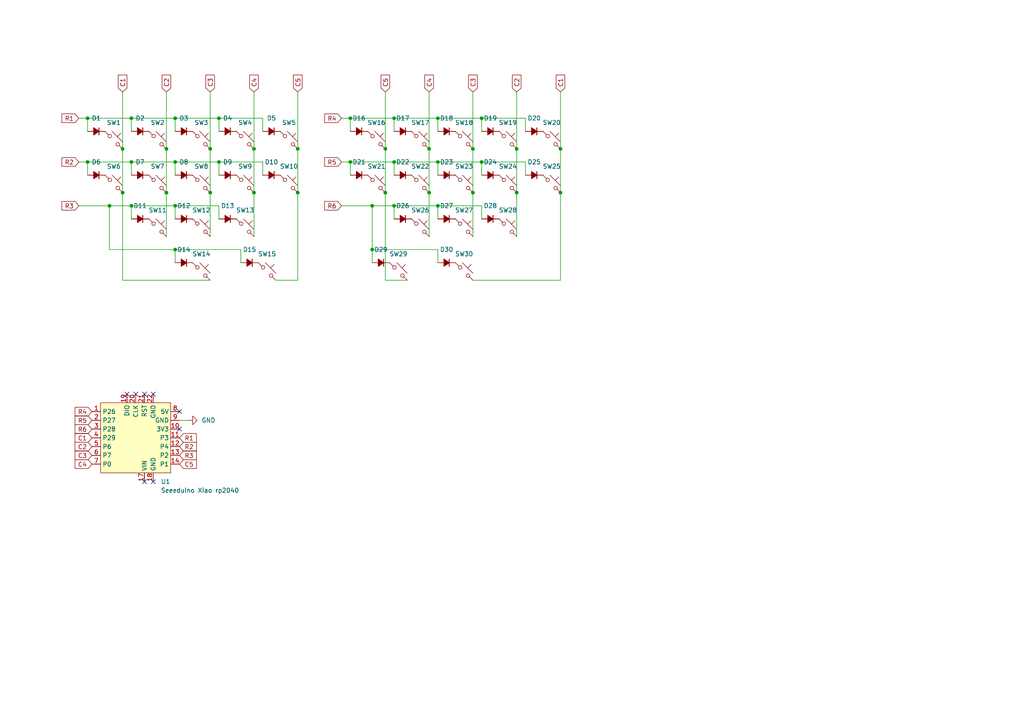
<source format=kicad_sch>
(kicad_sch
	(version 20231120)
	(generator "eeschema")
	(generator_version "8.0")
	(uuid "0223ea5f-ceb3-4f88-b9e9-255a375691f3")
	(paper "A4")
	(lib_symbols
		(symbol "Device:D_Small_Filled"
			(pin_numbers hide)
			(pin_names
				(offset 0.254) hide)
			(exclude_from_sim no)
			(in_bom yes)
			(on_board yes)
			(property "Reference" "D"
				(at -1.27 2.032 0)
				(effects
					(font
						(size 1.27 1.27)
					)
					(justify left)
				)
			)
			(property "Value" "D_Small_Filled"
				(at -3.81 -2.032 0)
				(effects
					(font
						(size 1.27 1.27)
					)
					(justify left)
				)
			)
			(property "Footprint" ""
				(at 0 0 90)
				(effects
					(font
						(size 1.27 1.27)
					)
					(hide yes)
				)
			)
			(property "Datasheet" "~"
				(at 0 0 90)
				(effects
					(font
						(size 1.27 1.27)
					)
					(hide yes)
				)
			)
			(property "Description" "Diode, small symbol, filled shape"
				(at 0 0 0)
				(effects
					(font
						(size 1.27 1.27)
					)
					(hide yes)
				)
			)
			(property "Sim.Device" "D"
				(at 0 0 0)
				(effects
					(font
						(size 1.27 1.27)
					)
					(hide yes)
				)
			)
			(property "Sim.Pins" "1=K 2=A"
				(at 0 0 0)
				(effects
					(font
						(size 1.27 1.27)
					)
					(hide yes)
				)
			)
			(property "ki_keywords" "diode"
				(at 0 0 0)
				(effects
					(font
						(size 1.27 1.27)
					)
					(hide yes)
				)
			)
			(property "ki_fp_filters" "TO-???* *_Diode_* *SingleDiode* D_*"
				(at 0 0 0)
				(effects
					(font
						(size 1.27 1.27)
					)
					(hide yes)
				)
			)
			(symbol "D_Small_Filled_0_1"
				(polyline
					(pts
						(xy -0.762 -1.016) (xy -0.762 1.016)
					)
					(stroke
						(width 0.254)
						(type default)
					)
					(fill
						(type none)
					)
				)
				(polyline
					(pts
						(xy -0.762 0) (xy 0.762 0)
					)
					(stroke
						(width 0)
						(type default)
					)
					(fill
						(type none)
					)
				)
				(polyline
					(pts
						(xy 0.762 -1.016) (xy -0.762 0) (xy 0.762 1.016) (xy 0.762 -1.016)
					)
					(stroke
						(width 0.254)
						(type default)
					)
					(fill
						(type outline)
					)
				)
			)
			(symbol "D_Small_Filled_1_1"
				(pin passive line
					(at -2.54 0 0)
					(length 1.778)
					(name "K"
						(effects
							(font
								(size 1.27 1.27)
							)
						)
					)
					(number "1"
						(effects
							(font
								(size 1.27 1.27)
							)
						)
					)
				)
				(pin passive line
					(at 2.54 0 180)
					(length 1.778)
					(name "A"
						(effects
							(font
								(size 1.27 1.27)
							)
						)
					)
					(number "2"
						(effects
							(font
								(size 1.27 1.27)
							)
						)
					)
				)
			)
		)
		(symbol "PCM_marbastlib-promicroish:Seeeduino_Xiao_rp2040"
			(exclude_from_sim no)
			(in_bom no)
			(on_board yes)
			(property "Reference" "U"
				(at -10.16 -12.7 0)
				(effects
					(font
						(size 1.27 1.27)
					)
				)
			)
			(property "Value" "Seeeduino Xiao rp2040"
				(at -10.16 -15.24 0)
				(effects
					(font
						(size 1.27 1.27)
					)
				)
			)
			(property "Footprint" "PCM_marbastlib-xp-promicroish:Xiao_rp2040_ACH"
				(at 0 -30.48 0)
				(effects
					(font
						(size 1.27 1.27)
					)
					(hide yes)
				)
			)
			(property "Datasheet" ""
				(at -12.7 7.62 0)
				(effects
					(font
						(size 1.27 1.27)
					)
					(hide yes)
				)
			)
			(property "Description" "Symbol for a Seeeduino Xiao rp2040"
				(at 0 0 0)
				(effects
					(font
						(size 1.27 1.27)
					)
					(hide yes)
				)
			)
			(symbol "Seeeduino_Xiao_rp2040_1_0"
				(pin bidirectional line
					(at -12.7 7.62 0)
					(length 2.54)
					(name "P26"
						(effects
							(font
								(size 1.27 1.27)
							)
						)
					)
					(number "1"
						(effects
							(font
								(size 1.27 1.27)
							)
						)
					)
				)
				(pin power_out line
					(at 12.7 2.54 180)
					(length 2.54)
					(name "3V3"
						(effects
							(font
								(size 1.27 1.27)
							)
						)
					)
					(number "10"
						(effects
							(font
								(size 1.27 1.27)
							)
						)
					)
				)
				(pin bidirectional line
					(at 12.7 0 180)
					(length 2.54)
					(name "P3"
						(effects
							(font
								(size 1.27 1.27)
							)
						)
					)
					(number "11"
						(effects
							(font
								(size 1.27 1.27)
							)
						)
					)
				)
				(pin bidirectional line
					(at 12.7 -2.54 180)
					(length 2.54)
					(name "P4"
						(effects
							(font
								(size 1.27 1.27)
							)
						)
					)
					(number "12"
						(effects
							(font
								(size 1.27 1.27)
							)
						)
					)
				)
				(pin bidirectional line
					(at 12.7 -5.08 180)
					(length 2.54)
					(name "P2"
						(effects
							(font
								(size 1.27 1.27)
							)
						)
					)
					(number "13"
						(effects
							(font
								(size 1.27 1.27)
							)
						)
					)
				)
				(pin bidirectional line
					(at 12.7 -7.62 180)
					(length 2.54)
					(name "P1"
						(effects
							(font
								(size 1.27 1.27)
							)
						)
					)
					(number "14"
						(effects
							(font
								(size 1.27 1.27)
							)
						)
					)
				)
				(pin power_in line
					(at 2.54 -12.7 90)
					(length 2.54)
					(name "VIN"
						(effects
							(font
								(size 1.27 1.27)
							)
						)
					)
					(number "17"
						(effects
							(font
								(size 1.27 1.27)
							)
						)
					)
				)
				(pin power_in line
					(at 5.08 -12.7 90)
					(length 2.54)
					(name "GND"
						(effects
							(font
								(size 1.27 1.27)
							)
						)
					)
					(number "18"
						(effects
							(font
								(size 1.27 1.27)
							)
						)
					)
				)
				(pin bidirectional line
					(at -2.54 12.7 270)
					(length 2.54)
					(name "DIO"
						(effects
							(font
								(size 1.27 1.27)
							)
						)
					)
					(number "19"
						(effects
							(font
								(size 1.27 1.27)
							)
						)
					)
				)
				(pin bidirectional line
					(at -12.7 5.08 0)
					(length 2.54)
					(name "P27"
						(effects
							(font
								(size 1.27 1.27)
							)
						)
					)
					(number "2"
						(effects
							(font
								(size 1.27 1.27)
							)
						)
					)
				)
				(pin bidirectional line
					(at 0 12.7 270)
					(length 2.54)
					(name "CLK"
						(effects
							(font
								(size 1.27 1.27)
							)
						)
					)
					(number "20"
						(effects
							(font
								(size 1.27 1.27)
							)
						)
					)
				)
				(pin bidirectional line
					(at 2.54 12.7 270)
					(length 2.54)
					(name "RST"
						(effects
							(font
								(size 1.27 1.27)
							)
						)
					)
					(number "21"
						(effects
							(font
								(size 1.27 1.27)
							)
						)
					)
				)
				(pin power_out line
					(at 5.08 12.7 270)
					(length 2.54)
					(name "GND"
						(effects
							(font
								(size 1.27 1.27)
							)
						)
					)
					(number "22"
						(effects
							(font
								(size 1.27 1.27)
							)
						)
					)
				)
				(pin bidirectional line
					(at -12.7 2.54 0)
					(length 2.54)
					(name "P28"
						(effects
							(font
								(size 1.27 1.27)
							)
						)
					)
					(number "3"
						(effects
							(font
								(size 1.27 1.27)
							)
						)
					)
				)
				(pin bidirectional line
					(at -12.7 0 0)
					(length 2.54)
					(name "P29"
						(effects
							(font
								(size 1.27 1.27)
							)
						)
					)
					(number "4"
						(effects
							(font
								(size 1.27 1.27)
							)
						)
					)
				)
				(pin bidirectional line
					(at -12.7 -2.54 0)
					(length 2.54)
					(name "P6"
						(effects
							(font
								(size 1.27 1.27)
							)
						)
					)
					(number "5"
						(effects
							(font
								(size 1.27 1.27)
							)
						)
					)
				)
				(pin bidirectional line
					(at -12.7 -5.08 0)
					(length 2.54)
					(name "P7"
						(effects
							(font
								(size 1.27 1.27)
							)
						)
					)
					(number "6"
						(effects
							(font
								(size 1.27 1.27)
							)
						)
					)
				)
				(pin bidirectional line
					(at -12.7 -7.62 0)
					(length 2.54)
					(name "P0"
						(effects
							(font
								(size 1.27 1.27)
							)
						)
					)
					(number "7"
						(effects
							(font
								(size 1.27 1.27)
							)
						)
					)
				)
				(pin power_out line
					(at 12.7 7.62 180)
					(length 2.54)
					(name "5V"
						(effects
							(font
								(size 1.27 1.27)
							)
						)
					)
					(number "8"
						(effects
							(font
								(size 1.27 1.27)
							)
						)
					)
				)
				(pin power_out line
					(at 12.7 5.08 180)
					(length 2.54)
					(name "GND"
						(effects
							(font
								(size 1.27 1.27)
							)
						)
					)
					(number "9"
						(effects
							(font
								(size 1.27 1.27)
							)
						)
					)
				)
			)
			(symbol "Seeeduino_Xiao_rp2040_1_1"
				(rectangle
					(start -10.16 10.16)
					(end 10.16 -10.16)
					(stroke
						(width 0)
						(type default)
					)
					(fill
						(type background)
					)
				)
			)
		)
		(symbol "Switch:SW_Push_45deg"
			(pin_numbers hide)
			(pin_names
				(offset 1.016) hide)
			(exclude_from_sim no)
			(in_bom yes)
			(on_board yes)
			(property "Reference" "SW"
				(at 3.048 1.016 0)
				(effects
					(font
						(size 1.27 1.27)
					)
					(justify left)
				)
			)
			(property "Value" "SW_Push_45deg"
				(at 0 -3.81 0)
				(effects
					(font
						(size 1.27 1.27)
					)
				)
			)
			(property "Footprint" ""
				(at 0 0 0)
				(effects
					(font
						(size 1.27 1.27)
					)
					(hide yes)
				)
			)
			(property "Datasheet" "~"
				(at 0 0 0)
				(effects
					(font
						(size 1.27 1.27)
					)
					(hide yes)
				)
			)
			(property "Description" "Push button switch, normally open, two pins, 45° tilted"
				(at 0 0 0)
				(effects
					(font
						(size 1.27 1.27)
					)
					(hide yes)
				)
			)
			(property "ki_keywords" "switch normally-open pushbutton push-button"
				(at 0 0 0)
				(effects
					(font
						(size 1.27 1.27)
					)
					(hide yes)
				)
			)
			(symbol "SW_Push_45deg_0_1"
				(circle
					(center -1.1684 1.1684)
					(radius 0.508)
					(stroke
						(width 0)
						(type default)
					)
					(fill
						(type none)
					)
				)
				(polyline
					(pts
						(xy -0.508 2.54) (xy 2.54 -0.508)
					)
					(stroke
						(width 0)
						(type default)
					)
					(fill
						(type none)
					)
				)
				(polyline
					(pts
						(xy 1.016 1.016) (xy 2.032 2.032)
					)
					(stroke
						(width 0)
						(type default)
					)
					(fill
						(type none)
					)
				)
				(polyline
					(pts
						(xy -2.54 2.54) (xy -1.524 1.524) (xy -1.524 1.524)
					)
					(stroke
						(width 0)
						(type default)
					)
					(fill
						(type none)
					)
				)
				(polyline
					(pts
						(xy 1.524 -1.524) (xy 2.54 -2.54) (xy 2.54 -2.54) (xy 2.54 -2.54)
					)
					(stroke
						(width 0)
						(type default)
					)
					(fill
						(type none)
					)
				)
				(circle
					(center 1.143 -1.1938)
					(radius 0.508)
					(stroke
						(width 0)
						(type default)
					)
					(fill
						(type none)
					)
				)
				(pin passive line
					(at -2.54 2.54 0)
					(length 0)
					(name "1"
						(effects
							(font
								(size 1.27 1.27)
							)
						)
					)
					(number "1"
						(effects
							(font
								(size 1.27 1.27)
							)
						)
					)
				)
				(pin passive line
					(at 2.54 -2.54 180)
					(length 0)
					(name "2"
						(effects
							(font
								(size 1.27 1.27)
							)
						)
					)
					(number "2"
						(effects
							(font
								(size 1.27 1.27)
							)
						)
					)
				)
			)
		)
		(symbol "power:GND"
			(power)
			(pin_numbers hide)
			(pin_names
				(offset 0) hide)
			(exclude_from_sim no)
			(in_bom yes)
			(on_board yes)
			(property "Reference" "#PWR"
				(at 0 -6.35 0)
				(effects
					(font
						(size 1.27 1.27)
					)
					(hide yes)
				)
			)
			(property "Value" "GND"
				(at 0 -3.81 0)
				(effects
					(font
						(size 1.27 1.27)
					)
				)
			)
			(property "Footprint" ""
				(at 0 0 0)
				(effects
					(font
						(size 1.27 1.27)
					)
					(hide yes)
				)
			)
			(property "Datasheet" ""
				(at 0 0 0)
				(effects
					(font
						(size 1.27 1.27)
					)
					(hide yes)
				)
			)
			(property "Description" "Power symbol creates a global label with name \"GND\" , ground"
				(at 0 0 0)
				(effects
					(font
						(size 1.27 1.27)
					)
					(hide yes)
				)
			)
			(property "ki_keywords" "global power"
				(at 0 0 0)
				(effects
					(font
						(size 1.27 1.27)
					)
					(hide yes)
				)
			)
			(symbol "GND_0_1"
				(polyline
					(pts
						(xy 0 0) (xy 0 -1.27) (xy 1.27 -1.27) (xy 0 -2.54) (xy -1.27 -1.27) (xy 0 -1.27)
					)
					(stroke
						(width 0)
						(type default)
					)
					(fill
						(type none)
					)
				)
			)
			(symbol "GND_1_1"
				(pin power_in line
					(at 0 0 270)
					(length 0)
					(name "~"
						(effects
							(font
								(size 1.27 1.27)
							)
						)
					)
					(number "1"
						(effects
							(font
								(size 1.27 1.27)
							)
						)
					)
				)
			)
		)
	)
	(junction
		(at 25.4 34.29)
		(diameter 0)
		(color 0 0 0 0)
		(uuid "03ea1f6c-84dc-415d-82c2-a22bb04b684d")
	)
	(junction
		(at 38.1 34.29)
		(diameter 0)
		(color 0 0 0 0)
		(uuid "0e45b42e-b963-4bab-89db-d99b130fefd1")
	)
	(junction
		(at 162.56 55.88)
		(diameter 0)
		(color 0 0 0 0)
		(uuid "0f27f07e-24e0-49b2-8860-81f41fa723b8")
	)
	(junction
		(at 124.46 43.18)
		(diameter 0)
		(color 0 0 0 0)
		(uuid "1333f9b2-579c-4c02-aabc-e0e322185710")
	)
	(junction
		(at 48.26 43.18)
		(diameter 0)
		(color 0 0 0 0)
		(uuid "18bff312-41a2-469d-911f-2ea036423f58")
	)
	(junction
		(at 86.36 55.88)
		(diameter 0)
		(color 0 0 0 0)
		(uuid "1cfe336d-b707-4229-b03b-24657f0d5840")
	)
	(junction
		(at 107.95 59.69)
		(diameter 0)
		(color 0 0 0 0)
		(uuid "20525bb3-9c86-4759-a77d-f5edc240a8a5")
	)
	(junction
		(at 73.66 43.18)
		(diameter 0)
		(color 0 0 0 0)
		(uuid "22f5409e-c849-420f-987d-c34a1341798a")
	)
	(junction
		(at 114.3 46.99)
		(diameter 0)
		(color 0 0 0 0)
		(uuid "2d4e7906-d617-4742-a5dd-ab3cd3306d6e")
	)
	(junction
		(at 124.46 55.88)
		(diameter 0)
		(color 0 0 0 0)
		(uuid "4fdb1750-1770-4eea-b7b0-b9a351ae6902")
	)
	(junction
		(at 101.6 34.29)
		(diameter 0)
		(color 0 0 0 0)
		(uuid "508a025c-4a9e-42df-a3f0-a44360ddc301")
	)
	(junction
		(at 63.5 46.99)
		(diameter 0)
		(color 0 0 0 0)
		(uuid "55b9f261-43a5-458e-936c-f854c0ac279f")
	)
	(junction
		(at 101.6 46.99)
		(diameter 0)
		(color 0 0 0 0)
		(uuid "562badba-755c-4c31-b236-3d122497c834")
	)
	(junction
		(at 50.8 46.99)
		(diameter 0)
		(color 0 0 0 0)
		(uuid "5726774d-6b98-4b2f-a307-e8260eca6edf")
	)
	(junction
		(at 137.16 55.88)
		(diameter 0)
		(color 0 0 0 0)
		(uuid "5aa5a7bb-412a-4da8-a9e4-d9b2850311e2")
	)
	(junction
		(at 60.96 55.88)
		(diameter 0)
		(color 0 0 0 0)
		(uuid "607766ac-efda-449d-9aed-0a563d524f84")
	)
	(junction
		(at 127 34.29)
		(diameter 0)
		(color 0 0 0 0)
		(uuid "70291e04-6491-4fc1-9847-33576bf3dc10")
	)
	(junction
		(at 38.1 46.99)
		(diameter 0)
		(color 0 0 0 0)
		(uuid "71ff13cd-c483-4f1f-b91c-1ed333efbda6")
	)
	(junction
		(at 73.66 55.88)
		(diameter 0)
		(color 0 0 0 0)
		(uuid "72d7e1a3-2dbd-4d5d-87d6-59a90c580f02")
	)
	(junction
		(at 48.26 55.88)
		(diameter 0)
		(color 0 0 0 0)
		(uuid "7e34ba1d-a509-4598-943b-d18c9b4588fb")
	)
	(junction
		(at 127 59.69)
		(diameter 0)
		(color 0 0 0 0)
		(uuid "81b75d54-a746-4f28-81d6-a2c57f0b7f21")
	)
	(junction
		(at 50.8 72.39)
		(diameter 0)
		(color 0 0 0 0)
		(uuid "8d28265e-0bc0-4446-bcba-89b6233c9b45")
	)
	(junction
		(at 50.8 59.69)
		(diameter 0)
		(color 0 0 0 0)
		(uuid "90476f26-1196-48be-8ccd-c7c997055be2")
	)
	(junction
		(at 86.36 43.18)
		(diameter 0)
		(color 0 0 0 0)
		(uuid "9d68c4d3-42b1-479a-a467-d83d4066ae17")
	)
	(junction
		(at 31.75 59.69)
		(diameter 0)
		(color 0 0 0 0)
		(uuid "a383ff4f-61f9-4d25-a481-25665c2a676f")
	)
	(junction
		(at 50.8 34.29)
		(diameter 0)
		(color 0 0 0 0)
		(uuid "a77e16ab-1e92-43c1-af94-6d8abbcdb922")
	)
	(junction
		(at 38.1 59.69)
		(diameter 0)
		(color 0 0 0 0)
		(uuid "adfef1ca-ae0e-4921-802e-cfe61dc4fdc8")
	)
	(junction
		(at 111.76 43.18)
		(diameter 0)
		(color 0 0 0 0)
		(uuid "b14d05d9-171e-4ce6-afbb-e14229a78d58")
	)
	(junction
		(at 35.56 55.88)
		(diameter 0)
		(color 0 0 0 0)
		(uuid "b20d0fd4-b831-4c69-bc04-6e8099c65617")
	)
	(junction
		(at 25.4 46.99)
		(diameter 0)
		(color 0 0 0 0)
		(uuid "b39e995b-f1a1-4bc2-aa2b-007a5a15999d")
	)
	(junction
		(at 35.56 43.18)
		(diameter 0)
		(color 0 0 0 0)
		(uuid "b3bf7e28-3e11-4d14-9491-fbb773ade9c9")
	)
	(junction
		(at 114.3 59.69)
		(diameter 0)
		(color 0 0 0 0)
		(uuid "b74a5aae-f458-4bf2-b4a4-f92e4fe74a68")
	)
	(junction
		(at 149.86 43.18)
		(diameter 0)
		(color 0 0 0 0)
		(uuid "bcdc782f-635e-4b2b-aaac-175978be84ed")
	)
	(junction
		(at 139.7 46.99)
		(diameter 0)
		(color 0 0 0 0)
		(uuid "be343e29-dbbc-4312-beac-7e944aed9138")
	)
	(junction
		(at 63.5 34.29)
		(diameter 0)
		(color 0 0 0 0)
		(uuid "c0655645-b94b-4964-8b6f-37e3a07a4763")
	)
	(junction
		(at 137.16 43.18)
		(diameter 0)
		(color 0 0 0 0)
		(uuid "c0c53716-ab2e-4a19-ad3e-0be953e99d21")
	)
	(junction
		(at 139.7 34.29)
		(diameter 0)
		(color 0 0 0 0)
		(uuid "cce34127-63bb-4fb1-99fd-1b8bb9aa8587")
	)
	(junction
		(at 107.95 72.39)
		(diameter 0)
		(color 0 0 0 0)
		(uuid "d115f16c-7f04-44a1-8d80-4a7acfe63474")
	)
	(junction
		(at 111.76 55.88)
		(diameter 0)
		(color 0 0 0 0)
		(uuid "dc8b5e74-2e40-490a-833e-5b86b5786ef1")
	)
	(junction
		(at 149.86 55.88)
		(diameter 0)
		(color 0 0 0 0)
		(uuid "de570e29-6c73-42ec-b0ee-4cb50fb50154")
	)
	(junction
		(at 162.56 43.18)
		(diameter 0)
		(color 0 0 0 0)
		(uuid "def3ef3c-153f-4bcd-bddd-ef2b1b158acd")
	)
	(junction
		(at 60.96 43.18)
		(diameter 0)
		(color 0 0 0 0)
		(uuid "e3725c0d-bd71-45dc-952c-e9ded31eddd3")
	)
	(junction
		(at 127 46.99)
		(diameter 0)
		(color 0 0 0 0)
		(uuid "e6c0b262-2d01-4cae-9d7f-79289cb8b616")
	)
	(junction
		(at 114.3 34.29)
		(diameter 0)
		(color 0 0 0 0)
		(uuid "f7e18d1f-b75e-4509-9e72-7acfc30f646c")
	)
	(no_connect
		(at 39.37 114.3)
		(uuid "2fffd6e1-7b78-41ed-a8e6-a792834fb74f")
	)
	(no_connect
		(at 41.91 114.3)
		(uuid "40dcaac3-6c6c-4f1a-bc7c-cc70ec1abf7f")
	)
	(no_connect
		(at 52.07 124.46)
		(uuid "665638ad-d38f-4261-8bb0-7e300b1871f5")
	)
	(no_connect
		(at 41.91 139.7)
		(uuid "7fb4168d-b64f-4d48-ab6c-528542babce8")
	)
	(no_connect
		(at 44.45 139.7)
		(uuid "b7d600a5-0fac-47ab-9dc0-1ba8219ab086")
	)
	(no_connect
		(at 36.83 114.3)
		(uuid "d61ab9dd-14a8-4af2-bc89-06ac8b62ce4d")
	)
	(no_connect
		(at 44.45 114.3)
		(uuid "ed94eb3f-14d1-45ea-bb38-8514b6676bfe")
	)
	(no_connect
		(at 52.07 119.38)
		(uuid "eda333b8-4454-48ab-b918-2865748c440c")
	)
	(wire
		(pts
			(xy 139.7 34.29) (xy 139.7 38.1)
		)
		(stroke
			(width 0)
			(type default)
		)
		(uuid "0211b7e3-6810-427c-8c2f-267bdbd153f9")
	)
	(wire
		(pts
			(xy 31.75 72.39) (xy 31.75 59.69)
		)
		(stroke
			(width 0)
			(type default)
		)
		(uuid "0444fab8-98b0-4e40-b722-467c5b16e769")
	)
	(wire
		(pts
			(xy 38.1 59.69) (xy 50.8 59.69)
		)
		(stroke
			(width 0)
			(type default)
		)
		(uuid "0721be3f-0920-4e53-8908-232c5cd069f8")
	)
	(wire
		(pts
			(xy 139.7 34.29) (xy 152.4 34.29)
		)
		(stroke
			(width 0)
			(type default)
		)
		(uuid "0864328c-fe9d-4689-ac7f-60a40c2f325c")
	)
	(wire
		(pts
			(xy 139.7 46.99) (xy 139.7 50.8)
		)
		(stroke
			(width 0)
			(type default)
		)
		(uuid "0e0eeb21-4ff2-429d-8fb9-db378af1f4a0")
	)
	(wire
		(pts
			(xy 50.8 72.39) (xy 69.85 72.39)
		)
		(stroke
			(width 0)
			(type default)
		)
		(uuid "0edd9043-0742-4ca1-a302-0e84667b7328")
	)
	(wire
		(pts
			(xy 101.6 34.29) (xy 101.6 38.1)
		)
		(stroke
			(width 0)
			(type default)
		)
		(uuid "101fd3fc-5386-4830-9139-fed25d4ec0e9")
	)
	(wire
		(pts
			(xy 76.2 46.99) (xy 76.2 50.8)
		)
		(stroke
			(width 0)
			(type default)
		)
		(uuid "148287a8-cfb0-4d7c-badf-46f3a171390a")
	)
	(wire
		(pts
			(xy 127 46.99) (xy 127 50.8)
		)
		(stroke
			(width 0)
			(type default)
		)
		(uuid "1992bd4f-11a0-441a-8750-07da4aa10012")
	)
	(wire
		(pts
			(xy 50.8 59.69) (xy 50.8 63.5)
		)
		(stroke
			(width 0)
			(type default)
		)
		(uuid "1deeeb2b-4d46-486b-8f12-df8b5baa6347")
	)
	(wire
		(pts
			(xy 162.56 81.28) (xy 137.16 81.28)
		)
		(stroke
			(width 0)
			(type default)
		)
		(uuid "239542b1-2c95-41ac-aece-ab4c0db10966")
	)
	(wire
		(pts
			(xy 114.3 34.29) (xy 114.3 38.1)
		)
		(stroke
			(width 0)
			(type default)
		)
		(uuid "25cf567c-bd9d-428b-9d5c-d960ca0910c0")
	)
	(wire
		(pts
			(xy 60.96 26.67) (xy 60.96 43.18)
		)
		(stroke
			(width 0)
			(type default)
		)
		(uuid "25e70dec-0096-4151-bcfc-47e48488d41c")
	)
	(wire
		(pts
			(xy 35.56 81.28) (xy 60.96 81.28)
		)
		(stroke
			(width 0)
			(type default)
		)
		(uuid "26eca93d-ab63-4508-a51e-1f24211c0ff8")
	)
	(wire
		(pts
			(xy 124.46 26.67) (xy 124.46 43.18)
		)
		(stroke
			(width 0)
			(type default)
		)
		(uuid "273d90d9-59c7-460e-b572-2dd086831384")
	)
	(wire
		(pts
			(xy 127 72.39) (xy 107.95 72.39)
		)
		(stroke
			(width 0)
			(type default)
		)
		(uuid "2d6aa1ca-f9a6-4205-852c-b7226f307bc7")
	)
	(wire
		(pts
			(xy 162.56 43.18) (xy 162.56 55.88)
		)
		(stroke
			(width 0)
			(type default)
		)
		(uuid "314bed00-8a16-46a1-b863-3ee86178809b")
	)
	(wire
		(pts
			(xy 107.95 59.69) (xy 114.3 59.69)
		)
		(stroke
			(width 0)
			(type default)
		)
		(uuid "397bb14e-d9bc-4c19-9a2e-0d639566c50a")
	)
	(wire
		(pts
			(xy 127 59.69) (xy 139.7 59.69)
		)
		(stroke
			(width 0)
			(type default)
		)
		(uuid "3db8ffd6-537d-4350-b6f2-d6d473ab81e0")
	)
	(wire
		(pts
			(xy 25.4 46.99) (xy 38.1 46.99)
		)
		(stroke
			(width 0)
			(type default)
		)
		(uuid "3fed08ee-62ab-4d36-9469-b9cc80200951")
	)
	(wire
		(pts
			(xy 149.86 55.88) (xy 149.86 68.58)
		)
		(stroke
			(width 0)
			(type default)
		)
		(uuid "40d87dab-a046-42d8-b6a1-f8dca842fc34")
	)
	(wire
		(pts
			(xy 127 34.29) (xy 139.7 34.29)
		)
		(stroke
			(width 0)
			(type default)
		)
		(uuid "41efea14-14fe-4df7-8529-cc76ef8e78ab")
	)
	(wire
		(pts
			(xy 48.26 43.18) (xy 48.26 55.88)
		)
		(stroke
			(width 0)
			(type default)
		)
		(uuid "4775cd3b-ba70-4f29-a2a5-8cfb4ce3b967")
	)
	(wire
		(pts
			(xy 149.86 43.18) (xy 149.86 55.88)
		)
		(stroke
			(width 0)
			(type default)
		)
		(uuid "4aa52f07-fb73-4509-9168-1a69f8cba339")
	)
	(wire
		(pts
			(xy 162.56 26.67) (xy 162.56 43.18)
		)
		(stroke
			(width 0)
			(type default)
		)
		(uuid "5294318a-f6bb-49d6-b37d-c4eb3e2f5028")
	)
	(wire
		(pts
			(xy 137.16 43.18) (xy 137.16 55.88)
		)
		(stroke
			(width 0)
			(type default)
		)
		(uuid "56725468-a6ce-4f2a-a93c-31e0d3fd905b")
	)
	(wire
		(pts
			(xy 73.66 43.18) (xy 73.66 55.88)
		)
		(stroke
			(width 0)
			(type default)
		)
		(uuid "581a8f8c-0314-4167-800e-a77e37d28e1e")
	)
	(wire
		(pts
			(xy 127 59.69) (xy 127 63.5)
		)
		(stroke
			(width 0)
			(type default)
		)
		(uuid "5e88312d-25dd-4659-9373-b60a0ed300cf")
	)
	(wire
		(pts
			(xy 73.66 55.88) (xy 73.66 68.58)
		)
		(stroke
			(width 0)
			(type default)
		)
		(uuid "5f8de859-3742-4ea3-a1c2-638ee0004aac")
	)
	(wire
		(pts
			(xy 137.16 55.88) (xy 137.16 68.58)
		)
		(stroke
			(width 0)
			(type default)
		)
		(uuid "63b21ac9-d914-458d-b6a3-4fc28fbe4906")
	)
	(wire
		(pts
			(xy 86.36 26.67) (xy 86.36 43.18)
		)
		(stroke
			(width 0)
			(type default)
		)
		(uuid "646482ce-722d-4373-86ae-dc1ff19266e4")
	)
	(wire
		(pts
			(xy 25.4 46.99) (xy 25.4 50.8)
		)
		(stroke
			(width 0)
			(type default)
		)
		(uuid "663a3011-c375-49ce-813f-7679d0e01095")
	)
	(wire
		(pts
			(xy 52.07 121.92) (xy 54.61 121.92)
		)
		(stroke
			(width 0)
			(type default)
		)
		(uuid "67b6506c-5904-4e32-a981-234371f30093")
	)
	(wire
		(pts
			(xy 63.5 46.99) (xy 76.2 46.99)
		)
		(stroke
			(width 0)
			(type default)
		)
		(uuid "6fbea7c5-93fb-4338-a164-6f4e4fb4c8cb")
	)
	(wire
		(pts
			(xy 38.1 34.29) (xy 38.1 38.1)
		)
		(stroke
			(width 0)
			(type default)
		)
		(uuid "6fd5a8d5-54b4-4910-a4eb-bb1d7548ea2a")
	)
	(wire
		(pts
			(xy 127 46.99) (xy 139.7 46.99)
		)
		(stroke
			(width 0)
			(type default)
		)
		(uuid "70ac8fc5-5586-42f4-892a-97c1d9885805")
	)
	(wire
		(pts
			(xy 86.36 55.88) (xy 86.36 81.28)
		)
		(stroke
			(width 0)
			(type default)
		)
		(uuid "748603b5-5843-4f73-8d70-f0c724536f7b")
	)
	(wire
		(pts
			(xy 22.86 59.69) (xy 31.75 59.69)
		)
		(stroke
			(width 0)
			(type default)
		)
		(uuid "7525b58c-d131-4b5a-8f58-6e4474411e3c")
	)
	(wire
		(pts
			(xy 35.56 43.18) (xy 35.56 55.88)
		)
		(stroke
			(width 0)
			(type default)
		)
		(uuid "75655bfc-29cc-444e-a470-3a1b5bf44c7c")
	)
	(wire
		(pts
			(xy 111.76 43.18) (xy 111.76 55.88)
		)
		(stroke
			(width 0)
			(type default)
		)
		(uuid "77b17973-6d87-49e3-a43f-241a5181c556")
	)
	(wire
		(pts
			(xy 31.75 59.69) (xy 38.1 59.69)
		)
		(stroke
			(width 0)
			(type default)
		)
		(uuid "78084304-b1d9-4e54-ba2b-d17b3248fab1")
	)
	(wire
		(pts
			(xy 38.1 46.99) (xy 50.8 46.99)
		)
		(stroke
			(width 0)
			(type default)
		)
		(uuid "780c5623-4e36-4916-91fb-3803412a2891")
	)
	(wire
		(pts
			(xy 114.3 46.99) (xy 114.3 50.8)
		)
		(stroke
			(width 0)
			(type default)
		)
		(uuid "790a2109-174a-4ab3-896a-a38d9868ead9")
	)
	(wire
		(pts
			(xy 101.6 46.99) (xy 101.6 50.8)
		)
		(stroke
			(width 0)
			(type default)
		)
		(uuid "7e84efa1-7155-492e-a851-7292721a1dc5")
	)
	(wire
		(pts
			(xy 25.4 34.29) (xy 38.1 34.29)
		)
		(stroke
			(width 0)
			(type default)
		)
		(uuid "86d0f9a5-af58-4d3b-9e27-785e3b8f4397")
	)
	(wire
		(pts
			(xy 139.7 46.99) (xy 152.4 46.99)
		)
		(stroke
			(width 0)
			(type default)
		)
		(uuid "889c5c48-080a-4540-b5bf-21579d603012")
	)
	(wire
		(pts
			(xy 48.26 26.67) (xy 48.26 43.18)
		)
		(stroke
			(width 0)
			(type default)
		)
		(uuid "88e0f388-8c88-4d7d-9572-3e54d24ed89d")
	)
	(wire
		(pts
			(xy 111.76 81.28) (xy 118.11 81.28)
		)
		(stroke
			(width 0)
			(type default)
		)
		(uuid "8914c857-c50c-4b5a-a539-17d1a7cfc7a4")
	)
	(wire
		(pts
			(xy 50.8 59.69) (xy 63.5 59.69)
		)
		(stroke
			(width 0)
			(type default)
		)
		(uuid "8eb6dbf9-4b59-4f21-9adc-91b988b29ef7")
	)
	(wire
		(pts
			(xy 152.4 34.29) (xy 152.4 38.1)
		)
		(stroke
			(width 0)
			(type default)
		)
		(uuid "910ed14c-636b-4373-be2f-2061d756d8d7")
	)
	(wire
		(pts
			(xy 86.36 81.28) (xy 80.01 81.28)
		)
		(stroke
			(width 0)
			(type default)
		)
		(uuid "92520b27-f1b4-414b-aab7-0fe20dda793f")
	)
	(wire
		(pts
			(xy 60.96 55.88) (xy 60.96 68.58)
		)
		(stroke
			(width 0)
			(type default)
		)
		(uuid "92e5c25e-76b2-4ee0-8734-b851ac4f7f17")
	)
	(wire
		(pts
			(xy 114.3 34.29) (xy 127 34.29)
		)
		(stroke
			(width 0)
			(type default)
		)
		(uuid "956ca238-c003-40f0-aa48-d7bbd7e04854")
	)
	(wire
		(pts
			(xy 38.1 46.99) (xy 38.1 50.8)
		)
		(stroke
			(width 0)
			(type default)
		)
		(uuid "98871328-c005-4229-b374-1abc6402d6b0")
	)
	(wire
		(pts
			(xy 48.26 55.88) (xy 48.26 68.58)
		)
		(stroke
			(width 0)
			(type default)
		)
		(uuid "9c3c38fa-6c22-448f-a202-1043b5d646b2")
	)
	(wire
		(pts
			(xy 38.1 59.69) (xy 38.1 63.5)
		)
		(stroke
			(width 0)
			(type default)
		)
		(uuid "9ccd11c4-76b4-47ac-9344-7ed0105fe765")
	)
	(wire
		(pts
			(xy 50.8 34.29) (xy 50.8 38.1)
		)
		(stroke
			(width 0)
			(type default)
		)
		(uuid "9def29ca-e0d3-4212-a3ec-3eb0c77739ca")
	)
	(wire
		(pts
			(xy 99.06 59.69) (xy 107.95 59.69)
		)
		(stroke
			(width 0)
			(type default)
		)
		(uuid "a3a8e0a4-ae57-498d-955f-27d1278a47d3")
	)
	(wire
		(pts
			(xy 124.46 43.18) (xy 124.46 55.88)
		)
		(stroke
			(width 0)
			(type default)
		)
		(uuid "a65b7825-070a-4c32-8533-936cf22ae52d")
	)
	(wire
		(pts
			(xy 127 34.29) (xy 127 38.1)
		)
		(stroke
			(width 0)
			(type default)
		)
		(uuid "a6b32223-e75c-46be-b1ed-19fa53730b3d")
	)
	(wire
		(pts
			(xy 60.96 43.18) (xy 60.96 55.88)
		)
		(stroke
			(width 0)
			(type default)
		)
		(uuid "ac229a13-9d70-499b-85c2-f3ef8eeb4b60")
	)
	(wire
		(pts
			(xy 63.5 46.99) (xy 63.5 50.8)
		)
		(stroke
			(width 0)
			(type default)
		)
		(uuid "b12b5c8f-8716-4fe2-93b4-35c835c27f90")
	)
	(wire
		(pts
			(xy 99.06 46.99) (xy 101.6 46.99)
		)
		(stroke
			(width 0)
			(type default)
		)
		(uuid "b22c1238-bb1e-46a9-ae10-ebaec3c580b7")
	)
	(wire
		(pts
			(xy 69.85 72.39) (xy 69.85 76.2)
		)
		(stroke
			(width 0)
			(type default)
		)
		(uuid "b4f14823-1de1-4645-932b-dca7a9bb7f6a")
	)
	(wire
		(pts
			(xy 50.8 72.39) (xy 31.75 72.39)
		)
		(stroke
			(width 0)
			(type default)
		)
		(uuid "b59b4f9c-6e83-429a-81dc-4f42ca97f5a1")
	)
	(wire
		(pts
			(xy 50.8 72.39) (xy 50.8 76.2)
		)
		(stroke
			(width 0)
			(type default)
		)
		(uuid "b5d92754-b94e-4fab-a0f4-bf804c9eedc9")
	)
	(wire
		(pts
			(xy 111.76 55.88) (xy 111.76 81.28)
		)
		(stroke
			(width 0)
			(type default)
		)
		(uuid "b8a5ebfe-87c8-46e6-b422-b4b4b86cf985")
	)
	(wire
		(pts
			(xy 25.4 34.29) (xy 25.4 38.1)
		)
		(stroke
			(width 0)
			(type default)
		)
		(uuid "b9760784-c8b4-4eb7-9799-eb00acccca14")
	)
	(wire
		(pts
			(xy 101.6 46.99) (xy 114.3 46.99)
		)
		(stroke
			(width 0)
			(type default)
		)
		(uuid "c198c06a-e84f-400b-8850-aa251ab29551")
	)
	(wire
		(pts
			(xy 99.06 34.29) (xy 101.6 34.29)
		)
		(stroke
			(width 0)
			(type default)
		)
		(uuid "c3cabecc-7f1c-4309-829b-ce4ffb398183")
	)
	(wire
		(pts
			(xy 35.56 26.67) (xy 35.56 43.18)
		)
		(stroke
			(width 0)
			(type default)
		)
		(uuid "c978efe3-cef6-46a4-8cf8-4bf23a8018cc")
	)
	(wire
		(pts
			(xy 107.95 59.69) (xy 107.95 72.39)
		)
		(stroke
			(width 0)
			(type default)
		)
		(uuid "cb65a14b-15d3-43a7-9400-1017d846974d")
	)
	(wire
		(pts
			(xy 50.8 46.99) (xy 50.8 50.8)
		)
		(stroke
			(width 0)
			(type default)
		)
		(uuid "cf48686b-7ce3-4f2f-adcb-ccff9daab689")
	)
	(wire
		(pts
			(xy 22.86 34.29) (xy 25.4 34.29)
		)
		(stroke
			(width 0)
			(type default)
		)
		(uuid "d09f460d-7e63-425d-93ce-d1ac4ff14291")
	)
	(wire
		(pts
			(xy 86.36 43.18) (xy 86.36 55.88)
		)
		(stroke
			(width 0)
			(type default)
		)
		(uuid "d30e725f-36a3-4d37-af26-0b303bde76a3")
	)
	(wire
		(pts
			(xy 50.8 34.29) (xy 63.5 34.29)
		)
		(stroke
			(width 0)
			(type default)
		)
		(uuid "d4c06121-6b24-4e5d-b911-db6349258e54")
	)
	(wire
		(pts
			(xy 76.2 34.29) (xy 76.2 38.1)
		)
		(stroke
			(width 0)
			(type default)
		)
		(uuid "d501da79-2d6b-43b3-92b9-d876e0f829b6")
	)
	(wire
		(pts
			(xy 139.7 59.69) (xy 139.7 63.5)
		)
		(stroke
			(width 0)
			(type default)
		)
		(uuid "d6ec1b18-38d0-4034-927f-dad5599f8281")
	)
	(wire
		(pts
			(xy 162.56 55.88) (xy 162.56 81.28)
		)
		(stroke
			(width 0)
			(type default)
		)
		(uuid "d6f65f7c-e46b-4d0c-b2f5-22071a5c3ddd")
	)
	(wire
		(pts
			(xy 73.66 26.67) (xy 73.66 43.18)
		)
		(stroke
			(width 0)
			(type default)
		)
		(uuid "da7a6388-1950-43d3-9b11-6ec2c76705f1")
	)
	(wire
		(pts
			(xy 111.76 26.67) (xy 111.76 43.18)
		)
		(stroke
			(width 0)
			(type default)
		)
		(uuid "db7fc8f2-f8ee-41ba-8324-ad60b04906e3")
	)
	(wire
		(pts
			(xy 149.86 26.67) (xy 149.86 43.18)
		)
		(stroke
			(width 0)
			(type default)
		)
		(uuid "dbd15dea-bc48-41da-8d75-8e44530bbfdb")
	)
	(wire
		(pts
			(xy 152.4 46.99) (xy 152.4 50.8)
		)
		(stroke
			(width 0)
			(type default)
		)
		(uuid "dead5c4b-dc2a-434a-8af9-37bd3d7b0a8f")
	)
	(wire
		(pts
			(xy 63.5 34.29) (xy 63.5 38.1)
		)
		(stroke
			(width 0)
			(type default)
		)
		(uuid "dffd9af5-8f42-422e-886c-5596d2bbeca6")
	)
	(wire
		(pts
			(xy 22.86 46.99) (xy 25.4 46.99)
		)
		(stroke
			(width 0)
			(type default)
		)
		(uuid "e027b05f-a414-423d-84cc-86b49671c3e1")
	)
	(wire
		(pts
			(xy 63.5 59.69) (xy 63.5 63.5)
		)
		(stroke
			(width 0)
			(type default)
		)
		(uuid "e08ac257-3d2a-4034-a9ed-8ba446b8a68c")
	)
	(wire
		(pts
			(xy 114.3 46.99) (xy 127 46.99)
		)
		(stroke
			(width 0)
			(type default)
		)
		(uuid "e140cb2a-457b-4808-8e3d-c95da4e42ab3")
	)
	(wire
		(pts
			(xy 101.6 34.29) (xy 114.3 34.29)
		)
		(stroke
			(width 0)
			(type default)
		)
		(uuid "e62ed16d-47ea-479a-b31f-d32bc87be3b6")
	)
	(wire
		(pts
			(xy 114.3 59.69) (xy 114.3 63.5)
		)
		(stroke
			(width 0)
			(type default)
		)
		(uuid "e6518257-50f2-45b4-a669-9c76ee3a3df3")
	)
	(wire
		(pts
			(xy 124.46 55.88) (xy 124.46 68.58)
		)
		(stroke
			(width 0)
			(type default)
		)
		(uuid "e72ff594-9f98-4161-b8d7-2c2897b8fe2b")
	)
	(wire
		(pts
			(xy 137.16 26.67) (xy 137.16 43.18)
		)
		(stroke
			(width 0)
			(type default)
		)
		(uuid "ecae76df-4923-42fb-93a8-080e596178d3")
	)
	(wire
		(pts
			(xy 114.3 59.69) (xy 127 59.69)
		)
		(stroke
			(width 0)
			(type default)
		)
		(uuid "f17fcac2-64d3-45dd-80be-2aa7264fc627")
	)
	(wire
		(pts
			(xy 50.8 46.99) (xy 63.5 46.99)
		)
		(stroke
			(width 0)
			(type default)
		)
		(uuid "f3e6db05-ead2-45b9-98c4-d648d56db722")
	)
	(wire
		(pts
			(xy 127 76.2) (xy 127 72.39)
		)
		(stroke
			(width 0)
			(type default)
		)
		(uuid "f92f3557-a339-4da5-9e45-4476bb2d2980")
	)
	(wire
		(pts
			(xy 38.1 34.29) (xy 50.8 34.29)
		)
		(stroke
			(width 0)
			(type default)
		)
		(uuid "f983ef91-e58c-4ec1-a763-23914160b8b7")
	)
	(wire
		(pts
			(xy 35.56 55.88) (xy 35.56 81.28)
		)
		(stroke
			(width 0)
			(type default)
		)
		(uuid "fcf6bebb-18b5-4e7d-803a-35b7df0b7c90")
	)
	(wire
		(pts
			(xy 63.5 34.29) (xy 76.2 34.29)
		)
		(stroke
			(width 0)
			(type default)
		)
		(uuid "fe1d984b-d9a6-4b76-ad14-5712519866de")
	)
	(wire
		(pts
			(xy 107.95 72.39) (xy 107.95 76.2)
		)
		(stroke
			(width 0)
			(type default)
		)
		(uuid "ff5869bf-40e6-49f8-840f-7de029381a72")
	)
	(global_label "C3"
		(shape input)
		(at 26.67 132.08 180)
		(fields_autoplaced yes)
		(effects
			(font
				(size 1.27 1.27)
			)
			(justify right)
		)
		(uuid "0cb6ba4a-f400-49cb-994d-e4110b9e6e22")
		(property "Intersheetrefs" "${INTERSHEET_REFS}"
			(at 21.2053 132.08 0)
			(effects
				(font
					(size 1.27 1.27)
				)
				(justify right)
				(hide yes)
			)
		)
	)
	(global_label "C3"
		(shape input)
		(at 60.96 26.67 90)
		(fields_autoplaced yes)
		(effects
			(font
				(size 1.27 1.27)
			)
			(justify left)
		)
		(uuid "0f13701d-8520-4e61-bc99-6c1d826f6bf8")
		(property "Intersheetrefs" "${INTERSHEET_REFS}"
			(at 60.96 21.2053 90)
			(effects
				(font
					(size 1.27 1.27)
				)
				(justify left)
				(hide yes)
			)
		)
	)
	(global_label "C2"
		(shape input)
		(at 48.26 26.67 90)
		(fields_autoplaced yes)
		(effects
			(font
				(size 1.27 1.27)
			)
			(justify left)
		)
		(uuid "186a4b75-8829-4030-a4fc-ca9c682bf7b7")
		(property "Intersheetrefs" "${INTERSHEET_REFS}"
			(at 48.26 21.2053 90)
			(effects
				(font
					(size 1.27 1.27)
				)
				(justify left)
				(hide yes)
			)
		)
	)
	(global_label "C5"
		(shape input)
		(at 111.76 26.67 90)
		(fields_autoplaced yes)
		(effects
			(font
				(size 1.27 1.27)
			)
			(justify left)
		)
		(uuid "1a392d6c-de8c-4bda-9c3f-f25640ff1e1f")
		(property "Intersheetrefs" "${INTERSHEET_REFS}"
			(at 111.76 21.2053 90)
			(effects
				(font
					(size 1.27 1.27)
				)
				(justify left)
				(hide yes)
			)
		)
	)
	(global_label "R1"
		(shape input)
		(at 22.86 34.29 180)
		(fields_autoplaced yes)
		(effects
			(font
				(size 1.27 1.27)
			)
			(justify right)
		)
		(uuid "1bf0f139-175e-40d5-b39d-2be273801ee3")
		(property "Intersheetrefs" "${INTERSHEET_REFS}"
			(at 17.3953 34.29 0)
			(effects
				(font
					(size 1.27 1.27)
				)
				(justify right)
				(hide yes)
			)
		)
	)
	(global_label "C2"
		(shape input)
		(at 26.67 129.54 180)
		(fields_autoplaced yes)
		(effects
			(font
				(size 1.27 1.27)
			)
			(justify right)
		)
		(uuid "211c9bee-2bf6-4ea4-aeac-b676f68a41ee")
		(property "Intersheetrefs" "${INTERSHEET_REFS}"
			(at 21.2053 129.54 0)
			(effects
				(font
					(size 1.27 1.27)
				)
				(justify right)
				(hide yes)
			)
		)
	)
	(global_label "R4"
		(shape input)
		(at 99.06 34.29 180)
		(fields_autoplaced yes)
		(effects
			(font
				(size 1.27 1.27)
			)
			(justify right)
		)
		(uuid "36461e67-7251-4842-9fe5-8af206bc089f")
		(property "Intersheetrefs" "${INTERSHEET_REFS}"
			(at 93.5953 34.29 0)
			(effects
				(font
					(size 1.27 1.27)
				)
				(justify right)
				(hide yes)
			)
		)
	)
	(global_label "R1"
		(shape input)
		(at 52.07 127 0)
		(fields_autoplaced yes)
		(effects
			(font
				(size 1.27 1.27)
			)
			(justify left)
		)
		(uuid "3e380344-7149-4081-87a8-5ca0f0f3b292")
		(property "Intersheetrefs" "${INTERSHEET_REFS}"
			(at 57.5347 127 0)
			(effects
				(font
					(size 1.27 1.27)
				)
				(justify left)
				(hide yes)
			)
		)
	)
	(global_label "C2"
		(shape input)
		(at 149.86 26.67 90)
		(fields_autoplaced yes)
		(effects
			(font
				(size 1.27 1.27)
			)
			(justify left)
		)
		(uuid "4fbbf556-b034-4038-b3d3-8565277a3b83")
		(property "Intersheetrefs" "${INTERSHEET_REFS}"
			(at 149.86 21.2053 90)
			(effects
				(font
					(size 1.27 1.27)
				)
				(justify left)
				(hide yes)
			)
		)
	)
	(global_label "C1"
		(shape input)
		(at 26.67 127 180)
		(fields_autoplaced yes)
		(effects
			(font
				(size 1.27 1.27)
			)
			(justify right)
		)
		(uuid "5c746f36-0ad5-4874-93a4-09029b444152")
		(property "Intersheetrefs" "${INTERSHEET_REFS}"
			(at 21.2053 127 0)
			(effects
				(font
					(size 1.27 1.27)
				)
				(justify right)
				(hide yes)
			)
		)
	)
	(global_label "C1"
		(shape input)
		(at 162.56 26.67 90)
		(fields_autoplaced yes)
		(effects
			(font
				(size 1.27 1.27)
			)
			(justify left)
		)
		(uuid "5ee2f28e-8a8d-459d-aaa3-553e19a7e1fa")
		(property "Intersheetrefs" "${INTERSHEET_REFS}"
			(at 162.56 21.2053 90)
			(effects
				(font
					(size 1.27 1.27)
				)
				(justify left)
				(hide yes)
			)
		)
	)
	(global_label "R2"
		(shape input)
		(at 22.86 46.99 180)
		(fields_autoplaced yes)
		(effects
			(font
				(size 1.27 1.27)
			)
			(justify right)
		)
		(uuid "5f037708-bc64-4ca1-800c-9c9579b9221d")
		(property "Intersheetrefs" "${INTERSHEET_REFS}"
			(at 17.3953 46.99 0)
			(effects
				(font
					(size 1.27 1.27)
				)
				(justify right)
				(hide yes)
			)
		)
	)
	(global_label "C1"
		(shape input)
		(at 35.56 26.67 90)
		(fields_autoplaced yes)
		(effects
			(font
				(size 1.27 1.27)
			)
			(justify left)
		)
		(uuid "68cea257-3960-4857-8ac4-f6ffdeebcad8")
		(property "Intersheetrefs" "${INTERSHEET_REFS}"
			(at 35.56 21.2053 90)
			(effects
				(font
					(size 1.27 1.27)
				)
				(justify left)
				(hide yes)
			)
		)
	)
	(global_label "R6"
		(shape input)
		(at 26.67 124.46 180)
		(fields_autoplaced yes)
		(effects
			(font
				(size 1.27 1.27)
			)
			(justify right)
		)
		(uuid "6b0bb1b9-6f4c-4ce6-853e-9b9054758dfa")
		(property "Intersheetrefs" "${INTERSHEET_REFS}"
			(at 21.2053 124.46 0)
			(effects
				(font
					(size 1.27 1.27)
				)
				(justify right)
				(hide yes)
			)
		)
	)
	(global_label "R3"
		(shape input)
		(at 22.86 59.69 180)
		(fields_autoplaced yes)
		(effects
			(font
				(size 1.27 1.27)
			)
			(justify right)
		)
		(uuid "70cf1592-e086-4217-a374-567dbadfd1e0")
		(property "Intersheetrefs" "${INTERSHEET_REFS}"
			(at 17.3953 59.69 0)
			(effects
				(font
					(size 1.27 1.27)
				)
				(justify right)
				(hide yes)
			)
		)
	)
	(global_label "R5"
		(shape input)
		(at 26.67 121.92 180)
		(fields_autoplaced yes)
		(effects
			(font
				(size 1.27 1.27)
			)
			(justify right)
		)
		(uuid "7622129f-9aef-4892-b652-fb70fb282e20")
		(property "Intersheetrefs" "${INTERSHEET_REFS}"
			(at 21.2053 121.92 0)
			(effects
				(font
					(size 1.27 1.27)
				)
				(justify right)
				(hide yes)
			)
		)
	)
	(global_label "R5"
		(shape input)
		(at 99.06 46.99 180)
		(fields_autoplaced yes)
		(effects
			(font
				(size 1.27 1.27)
			)
			(justify right)
		)
		(uuid "84221904-bcba-4e50-b58b-c4eaf964b6b2")
		(property "Intersheetrefs" "${INTERSHEET_REFS}"
			(at 93.5953 46.99 0)
			(effects
				(font
					(size 1.27 1.27)
				)
				(justify right)
				(hide yes)
			)
		)
	)
	(global_label "C4"
		(shape input)
		(at 124.46 26.67 90)
		(fields_autoplaced yes)
		(effects
			(font
				(size 1.27 1.27)
			)
			(justify left)
		)
		(uuid "8a0342f0-9280-4812-baa7-63392d4e0df4")
		(property "Intersheetrefs" "${INTERSHEET_REFS}"
			(at 124.46 21.2053 90)
			(effects
				(font
					(size 1.27 1.27)
				)
				(justify left)
				(hide yes)
			)
		)
	)
	(global_label "C3"
		(shape input)
		(at 137.16 26.67 90)
		(fields_autoplaced yes)
		(effects
			(font
				(size 1.27 1.27)
			)
			(justify left)
		)
		(uuid "99a81edc-06f2-4db1-b4b9-b85f7fc4f4df")
		(property "Intersheetrefs" "${INTERSHEET_REFS}"
			(at 137.16 21.2053 90)
			(effects
				(font
					(size 1.27 1.27)
				)
				(justify left)
				(hide yes)
			)
		)
	)
	(global_label "R6"
		(shape input)
		(at 99.06 59.69 180)
		(fields_autoplaced yes)
		(effects
			(font
				(size 1.27 1.27)
			)
			(justify right)
		)
		(uuid "a68dbaf3-67ff-4b63-b57c-5ddffea2b8eb")
		(property "Intersheetrefs" "${INTERSHEET_REFS}"
			(at 93.5953 59.69 0)
			(effects
				(font
					(size 1.27 1.27)
				)
				(justify right)
				(hide yes)
			)
		)
	)
	(global_label "C4"
		(shape input)
		(at 26.67 134.62 180)
		(fields_autoplaced yes)
		(effects
			(font
				(size 1.27 1.27)
			)
			(justify right)
		)
		(uuid "b427c9e7-5169-4416-b868-6da4dbe0f6ec")
		(property "Intersheetrefs" "${INTERSHEET_REFS}"
			(at 21.2053 134.62 0)
			(effects
				(font
					(size 1.27 1.27)
				)
				(justify right)
				(hide yes)
			)
		)
	)
	(global_label "C4"
		(shape input)
		(at 73.66 26.67 90)
		(fields_autoplaced yes)
		(effects
			(font
				(size 1.27 1.27)
			)
			(justify left)
		)
		(uuid "cef193f3-cbd3-4ee2-9492-140178028a4b")
		(property "Intersheetrefs" "${INTERSHEET_REFS}"
			(at 73.66 21.2053 90)
			(effects
				(font
					(size 1.27 1.27)
				)
				(justify left)
				(hide yes)
			)
		)
	)
	(global_label "C5"
		(shape input)
		(at 52.07 134.62 0)
		(fields_autoplaced yes)
		(effects
			(font
				(size 1.27 1.27)
			)
			(justify left)
		)
		(uuid "daafe5fb-86fa-4b89-8e11-3bce9436f6e2")
		(property "Intersheetrefs" "${INTERSHEET_REFS}"
			(at 57.5347 134.62 0)
			(effects
				(font
					(size 1.27 1.27)
				)
				(justify left)
				(hide yes)
			)
		)
	)
	(global_label "C5"
		(shape input)
		(at 86.36 26.67 90)
		(fields_autoplaced yes)
		(effects
			(font
				(size 1.27 1.27)
			)
			(justify left)
		)
		(uuid "de04aee6-8902-4536-a062-45085bbbf2ef")
		(property "Intersheetrefs" "${INTERSHEET_REFS}"
			(at 86.36 21.2053 90)
			(effects
				(font
					(size 1.27 1.27)
				)
				(justify left)
				(hide yes)
			)
		)
	)
	(global_label "R4"
		(shape input)
		(at 26.67 119.38 180)
		(fields_autoplaced yes)
		(effects
			(font
				(size 1.27 1.27)
			)
			(justify right)
		)
		(uuid "e7bf36ea-c6fe-435e-aaf1-c4d7f1b328f2")
		(property "Intersheetrefs" "${INTERSHEET_REFS}"
			(at 21.2053 119.38 0)
			(effects
				(font
					(size 1.27 1.27)
				)
				(justify right)
				(hide yes)
			)
		)
	)
	(global_label "R3"
		(shape input)
		(at 52.07 132.08 0)
		(fields_autoplaced yes)
		(effects
			(font
				(size 1.27 1.27)
			)
			(justify left)
		)
		(uuid "f95e33f7-0fcf-4bf0-aa30-ed2552513be8")
		(property "Intersheetrefs" "${INTERSHEET_REFS}"
			(at 57.5347 132.08 0)
			(effects
				(font
					(size 1.27 1.27)
				)
				(justify left)
				(hide yes)
			)
		)
	)
	(global_label "R2"
		(shape input)
		(at 52.07 129.54 0)
		(fields_autoplaced yes)
		(effects
			(font
				(size 1.27 1.27)
			)
			(justify left)
		)
		(uuid "fbe06991-6a6d-4fdd-ac96-bb3554c3e194")
		(property "Intersheetrefs" "${INTERSHEET_REFS}"
			(at 57.5347 129.54 0)
			(effects
				(font
					(size 1.27 1.27)
				)
				(justify left)
				(hide yes)
			)
		)
	)
	(symbol
		(lib_id "Switch:SW_Push_45deg")
		(at 83.82 53.34 0)
		(unit 1)
		(exclude_from_sim no)
		(in_bom yes)
		(on_board yes)
		(dnp no)
		(fields_autoplaced yes)
		(uuid "00dede10-44c5-458d-97d0-c2ef95d2dfca")
		(property "Reference" "SW10"
			(at 83.82 48.26 0)
			(effects
				(font
					(size 1.27 1.27)
				)
			)
		)
		(property "Value" "CPG151101S11"
			(at 83.82 48.26 0)
			(effects
				(font
					(size 1.27 1.27)
				)
				(hide yes)
			)
		)
		(property "Footprint" "Library:SW_MX_HS_CPG151101S11_1u"
			(at 83.82 53.34 0)
			(effects
				(font
					(size 1.27 1.27)
				)
				(hide yes)
			)
		)
		(property "Datasheet" "~"
			(at 83.82 53.34 0)
			(effects
				(font
					(size 1.27 1.27)
				)
				(hide yes)
			)
		)
		(property "Description" "Push button switch, normally open, two pins, 45° tilted"
			(at 83.82 53.34 0)
			(effects
				(font
					(size 1.27 1.27)
				)
				(hide yes)
			)
		)
		(pin "1"
			(uuid "588ea7ec-0ca6-4701-87f2-8feb0cf031e2")
		)
		(pin "2"
			(uuid "6a9d0887-5f3b-43c9-aa80-d4a8374554c4")
		)
		(instances
			(project "le-colibri"
				(path "/0223ea5f-ceb3-4f88-b9e9-255a375691f3"
					(reference "SW10")
					(unit 1)
				)
			)
		)
	)
	(symbol
		(lib_id "Switch:SW_Push_45deg")
		(at 45.72 40.64 0)
		(unit 1)
		(exclude_from_sim no)
		(in_bom yes)
		(on_board yes)
		(dnp no)
		(fields_autoplaced yes)
		(uuid "0125223f-cf20-4c4c-b73f-7f27142eac2e")
		(property "Reference" "SW2"
			(at 45.72 35.56 0)
			(effects
				(font
					(size 1.27 1.27)
				)
			)
		)
		(property "Value" "CPG151101S11"
			(at 45.72 35.56 0)
			(effects
				(font
					(size 1.27 1.27)
				)
				(hide yes)
			)
		)
		(property "Footprint" "Library:SW_MX_HS_CPG151101S11_1u"
			(at 45.72 40.64 0)
			(effects
				(font
					(size 1.27 1.27)
				)
				(hide yes)
			)
		)
		(property "Datasheet" "~"
			(at 45.72 40.64 0)
			(effects
				(font
					(size 1.27 1.27)
				)
				(hide yes)
			)
		)
		(property "Description" "Push button switch, normally open, two pins, 45° tilted"
			(at 45.72 40.64 0)
			(effects
				(font
					(size 1.27 1.27)
				)
				(hide yes)
			)
		)
		(pin "1"
			(uuid "2b9155b6-375f-444d-9779-7d0721937569")
		)
		(pin "2"
			(uuid "df592cef-5a48-47b8-975a-ceeca8810c39")
		)
		(instances
			(project "le-colibri"
				(path "/0223ea5f-ceb3-4f88-b9e9-255a375691f3"
					(reference "SW2")
					(unit 1)
				)
			)
		)
	)
	(symbol
		(lib_id "Switch:SW_Push_45deg")
		(at 45.72 53.34 0)
		(unit 1)
		(exclude_from_sim no)
		(in_bom yes)
		(on_board yes)
		(dnp no)
		(fields_autoplaced yes)
		(uuid "05d2e751-5b80-42b6-9dc4-673385400758")
		(property "Reference" "SW7"
			(at 45.72 48.26 0)
			(effects
				(font
					(size 1.27 1.27)
				)
			)
		)
		(property "Value" "CPG151101S11"
			(at 45.72 48.26 0)
			(effects
				(font
					(size 1.27 1.27)
				)
				(hide yes)
			)
		)
		(property "Footprint" "Library:SW_MX_HS_CPG151101S11_1u"
			(at 45.72 53.34 0)
			(effects
				(font
					(size 1.27 1.27)
				)
				(hide yes)
			)
		)
		(property "Datasheet" "~"
			(at 45.72 53.34 0)
			(effects
				(font
					(size 1.27 1.27)
				)
				(hide yes)
			)
		)
		(property "Description" "Push button switch, normally open, two pins, 45° tilted"
			(at 45.72 53.34 0)
			(effects
				(font
					(size 1.27 1.27)
				)
				(hide yes)
			)
		)
		(pin "1"
			(uuid "8da3c062-6dcf-4e01-9ad2-1ba34c5e8845")
		)
		(pin "2"
			(uuid "7cf80253-add4-4e00-9438-0f8237eb4676")
		)
		(instances
			(project "le-colibri"
				(path "/0223ea5f-ceb3-4f88-b9e9-255a375691f3"
					(reference "SW7")
					(unit 1)
				)
			)
		)
	)
	(symbol
		(lib_id "Device:D_Small_Filled")
		(at 116.84 63.5 180)
		(unit 1)
		(exclude_from_sim no)
		(in_bom yes)
		(on_board yes)
		(dnp no)
		(fields_autoplaced yes)
		(uuid "0e4888ba-2509-49f1-b725-02e8808259f3")
		(property "Reference" "D26"
			(at 116.84 59.69 0)
			(effects
				(font
					(size 1.27 1.27)
				)
			)
		)
		(property "Value" "1N4148"
			(at 116.84 59.69 0)
			(effects
				(font
					(size 1.27 1.27)
				)
				(hide yes)
			)
		)
		(property "Footprint" "Library:D_SOD-123"
			(at 116.84 63.5 90)
			(effects
				(font
					(size 1.27 1.27)
				)
				(hide yes)
			)
		)
		(property "Datasheet" "~"
			(at 116.84 63.5 90)
			(effects
				(font
					(size 1.27 1.27)
				)
				(hide yes)
			)
		)
		(property "Description" "Diode, small symbol, filled shape"
			(at 116.84 63.5 0)
			(effects
				(font
					(size 1.27 1.27)
				)
				(hide yes)
			)
		)
		(property "Sim.Device" "D"
			(at 116.84 63.5 0)
			(effects
				(font
					(size 1.27 1.27)
				)
				(hide yes)
			)
		)
		(property "Sim.Pins" "1=K 2=A"
			(at 116.84 63.5 0)
			(effects
				(font
					(size 1.27 1.27)
				)
				(hide yes)
			)
		)
		(pin "1"
			(uuid "bc29fdba-3a5a-47df-84fc-b3436bcd4af2")
		)
		(pin "2"
			(uuid "5db4e90b-308a-49fe-9ae7-d1d3f41dc521")
		)
		(instances
			(project "le-colibri"
				(path "/0223ea5f-ceb3-4f88-b9e9-255a375691f3"
					(reference "D26")
					(unit 1)
				)
			)
		)
	)
	(symbol
		(lib_id "Switch:SW_Push_45deg")
		(at 121.92 40.64 0)
		(unit 1)
		(exclude_from_sim no)
		(in_bom yes)
		(on_board yes)
		(dnp no)
		(fields_autoplaced yes)
		(uuid "105bd132-5844-4aa6-b4c4-138f331bf440")
		(property "Reference" "SW17"
			(at 121.92 35.56 0)
			(effects
				(font
					(size 1.27 1.27)
				)
			)
		)
		(property "Value" "CPG151101S11"
			(at 121.92 35.56 0)
			(effects
				(font
					(size 1.27 1.27)
				)
				(hide yes)
			)
		)
		(property "Footprint" "Library:SW_MX_HS_CPG151101S11_1u"
			(at 121.92 40.64 0)
			(effects
				(font
					(size 1.27 1.27)
				)
				(hide yes)
			)
		)
		(property "Datasheet" "~"
			(at 121.92 40.64 0)
			(effects
				(font
					(size 1.27 1.27)
				)
				(hide yes)
			)
		)
		(property "Description" "Push button switch, normally open, two pins, 45° tilted"
			(at 121.92 40.64 0)
			(effects
				(font
					(size 1.27 1.27)
				)
				(hide yes)
			)
		)
		(pin "1"
			(uuid "6051efbc-a277-4882-92c6-865574cbdf72")
		)
		(pin "2"
			(uuid "a9c9bb84-1207-459b-a338-cdc3288e4344")
		)
		(instances
			(project "le-colibri"
				(path "/0223ea5f-ceb3-4f88-b9e9-255a375691f3"
					(reference "SW17")
					(unit 1)
				)
			)
		)
	)
	(symbol
		(lib_id "Device:D_Small_Filled")
		(at 40.64 63.5 180)
		(unit 1)
		(exclude_from_sim no)
		(in_bom yes)
		(on_board yes)
		(dnp no)
		(fields_autoplaced yes)
		(uuid "159e22c3-ece2-421c-8326-07f936cd0da5")
		(property "Reference" "D11"
			(at 40.64 59.69 0)
			(effects
				(font
					(size 1.27 1.27)
				)
			)
		)
		(property "Value" "1N4148"
			(at 40.64 59.69 0)
			(effects
				(font
					(size 1.27 1.27)
				)
				(hide yes)
			)
		)
		(property "Footprint" "Library:D_SOD-123"
			(at 40.64 63.5 90)
			(effects
				(font
					(size 1.27 1.27)
				)
				(hide yes)
			)
		)
		(property "Datasheet" "~"
			(at 40.64 63.5 90)
			(effects
				(font
					(size 1.27 1.27)
				)
				(hide yes)
			)
		)
		(property "Description" "Diode, small symbol, filled shape"
			(at 40.64 63.5 0)
			(effects
				(font
					(size 1.27 1.27)
				)
				(hide yes)
			)
		)
		(property "Sim.Device" "D"
			(at 40.64 63.5 0)
			(effects
				(font
					(size 1.27 1.27)
				)
				(hide yes)
			)
		)
		(property "Sim.Pins" "1=K 2=A"
			(at 40.64 63.5 0)
			(effects
				(font
					(size 1.27 1.27)
				)
				(hide yes)
			)
		)
		(pin "1"
			(uuid "cff308bb-6914-434e-8bb6-7f926663db34")
		)
		(pin "2"
			(uuid "7d7fdc85-9e6f-49a1-a65e-3e0295684cb5")
		)
		(instances
			(project "le-colibri"
				(path "/0223ea5f-ceb3-4f88-b9e9-255a375691f3"
					(reference "D11")
					(unit 1)
				)
			)
		)
	)
	(symbol
		(lib_id "Switch:SW_Push_45deg")
		(at 33.02 53.34 0)
		(unit 1)
		(exclude_from_sim no)
		(in_bom yes)
		(on_board yes)
		(dnp no)
		(fields_autoplaced yes)
		(uuid "16b52f83-2084-4607-9c0c-6056ae967ae1")
		(property "Reference" "SW6"
			(at 33.02 48.26 0)
			(effects
				(font
					(size 1.27 1.27)
				)
			)
		)
		(property "Value" "CPG151101S11"
			(at 33.02 48.26 0)
			(effects
				(font
					(size 1.27 1.27)
				)
				(hide yes)
			)
		)
		(property "Footprint" "Library:SW_MX_HS_CPG151101S11_1u"
			(at 33.02 53.34 0)
			(effects
				(font
					(size 1.27 1.27)
				)
				(hide yes)
			)
		)
		(property "Datasheet" "~"
			(at 33.02 53.34 0)
			(effects
				(font
					(size 1.27 1.27)
				)
				(hide yes)
			)
		)
		(property "Description" "Push button switch, normally open, two pins, 45° tilted"
			(at 33.02 53.34 0)
			(effects
				(font
					(size 1.27 1.27)
				)
				(hide yes)
			)
		)
		(pin "1"
			(uuid "b8dd4409-ea23-43c1-93ec-2fa0a0995e40")
		)
		(pin "2"
			(uuid "7c0329bf-0614-4e86-a110-ddc6dae211f0")
		)
		(instances
			(project "le-colibri"
				(path "/0223ea5f-ceb3-4f88-b9e9-255a375691f3"
					(reference "SW6")
					(unit 1)
				)
			)
		)
	)
	(symbol
		(lib_id "Switch:SW_Push_45deg")
		(at 115.57 78.74 0)
		(unit 1)
		(exclude_from_sim no)
		(in_bom yes)
		(on_board yes)
		(dnp no)
		(fields_autoplaced yes)
		(uuid "1d3861ed-33ed-495a-86ec-4ab63de3e701")
		(property "Reference" "SW29"
			(at 115.57 73.66 0)
			(effects
				(font
					(size 1.27 1.27)
				)
			)
		)
		(property "Value" "CPG151101S11"
			(at 115.57 73.66 0)
			(effects
				(font
					(size 1.27 1.27)
				)
				(hide yes)
			)
		)
		(property "Footprint" "Library:SW_MX_HS_CPG151101S11_1u"
			(at 115.57 78.74 0)
			(effects
				(font
					(size 1.27 1.27)
				)
				(hide yes)
			)
		)
		(property "Datasheet" "~"
			(at 115.57 78.74 0)
			(effects
				(font
					(size 1.27 1.27)
				)
				(hide yes)
			)
		)
		(property "Description" "Push button switch, normally open, two pins, 45° tilted"
			(at 115.57 78.74 0)
			(effects
				(font
					(size 1.27 1.27)
				)
				(hide yes)
			)
		)
		(pin "1"
			(uuid "d241253a-4e1b-4109-bbba-38bbb251e490")
		)
		(pin "2"
			(uuid "84564fd4-2de4-42c9-8612-1085278090cf")
		)
		(instances
			(project "le-colibri"
				(path "/0223ea5f-ceb3-4f88-b9e9-255a375691f3"
					(reference "SW29")
					(unit 1)
				)
			)
		)
	)
	(symbol
		(lib_id "Switch:SW_Push_45deg")
		(at 77.47 78.74 0)
		(unit 1)
		(exclude_from_sim no)
		(in_bom yes)
		(on_board yes)
		(dnp no)
		(fields_autoplaced yes)
		(uuid "1e3e872a-c045-4143-a159-c129e7ef8bf3")
		(property "Reference" "SW15"
			(at 77.47 73.66 0)
			(effects
				(font
					(size 1.27 1.27)
				)
			)
		)
		(property "Value" "CPG151101S11"
			(at 77.47 73.66 0)
			(effects
				(font
					(size 1.27 1.27)
				)
				(hide yes)
			)
		)
		(property "Footprint" "Library:SW_MX_HS_CPG151101S11_1u"
			(at 77.47 78.74 0)
			(effects
				(font
					(size 1.27 1.27)
				)
				(hide yes)
			)
		)
		(property "Datasheet" "~"
			(at 77.47 78.74 0)
			(effects
				(font
					(size 1.27 1.27)
				)
				(hide yes)
			)
		)
		(property "Description" "Push button switch, normally open, two pins, 45° tilted"
			(at 77.47 78.74 0)
			(effects
				(font
					(size 1.27 1.27)
				)
				(hide yes)
			)
		)
		(pin "1"
			(uuid "16bad9f0-6547-46c0-8137-85d79be16c00")
		)
		(pin "2"
			(uuid "cec33da3-d307-4559-b666-1de0337de52a")
		)
		(instances
			(project "le-colibri"
				(path "/0223ea5f-ceb3-4f88-b9e9-255a375691f3"
					(reference "SW15")
					(unit 1)
				)
			)
		)
	)
	(symbol
		(lib_id "Device:D_Small_Filled")
		(at 129.54 63.5 180)
		(unit 1)
		(exclude_from_sim no)
		(in_bom yes)
		(on_board yes)
		(dnp no)
		(fields_autoplaced yes)
		(uuid "204930c0-01f8-4982-9291-57b90c4c8e25")
		(property "Reference" "D27"
			(at 129.54 59.69 0)
			(effects
				(font
					(size 1.27 1.27)
				)
			)
		)
		(property "Value" "1N4148"
			(at 129.54 59.69 0)
			(effects
				(font
					(size 1.27 1.27)
				)
				(hide yes)
			)
		)
		(property "Footprint" "Library:D_SOD-123"
			(at 129.54 63.5 90)
			(effects
				(font
					(size 1.27 1.27)
				)
				(hide yes)
			)
		)
		(property "Datasheet" "~"
			(at 129.54 63.5 90)
			(effects
				(font
					(size 1.27 1.27)
				)
				(hide yes)
			)
		)
		(property "Description" "Diode, small symbol, filled shape"
			(at 129.54 63.5 0)
			(effects
				(font
					(size 1.27 1.27)
				)
				(hide yes)
			)
		)
		(property "Sim.Device" "D"
			(at 129.54 63.5 0)
			(effects
				(font
					(size 1.27 1.27)
				)
				(hide yes)
			)
		)
		(property "Sim.Pins" "1=K 2=A"
			(at 129.54 63.5 0)
			(effects
				(font
					(size 1.27 1.27)
				)
				(hide yes)
			)
		)
		(pin "1"
			(uuid "0517e1b1-12af-4e00-9fb2-a2a5bc500fb8")
		)
		(pin "2"
			(uuid "f378cbeb-2106-41d0-9de7-41133db3d3e7")
		)
		(instances
			(project "le-colibri"
				(path "/0223ea5f-ceb3-4f88-b9e9-255a375691f3"
					(reference "D27")
					(unit 1)
				)
			)
		)
	)
	(symbol
		(lib_id "Device:D_Small_Filled")
		(at 40.64 50.8 180)
		(unit 1)
		(exclude_from_sim no)
		(in_bom yes)
		(on_board yes)
		(dnp no)
		(fields_autoplaced yes)
		(uuid "20cef1f2-547c-4e2b-ac9f-de83da9f2453")
		(property "Reference" "D7"
			(at 40.64 46.99 0)
			(effects
				(font
					(size 1.27 1.27)
				)
			)
		)
		(property "Value" "1N4148"
			(at 40.64 46.99 0)
			(effects
				(font
					(size 1.27 1.27)
				)
				(hide yes)
			)
		)
		(property "Footprint" "Library:D_SOD-123"
			(at 40.64 50.8 90)
			(effects
				(font
					(size 1.27 1.27)
				)
				(hide yes)
			)
		)
		(property "Datasheet" "~"
			(at 40.64 50.8 90)
			(effects
				(font
					(size 1.27 1.27)
				)
				(hide yes)
			)
		)
		(property "Description" "Diode, small symbol, filled shape"
			(at 40.64 50.8 0)
			(effects
				(font
					(size 1.27 1.27)
				)
				(hide yes)
			)
		)
		(property "Sim.Device" "D"
			(at 40.64 50.8 0)
			(effects
				(font
					(size 1.27 1.27)
				)
				(hide yes)
			)
		)
		(property "Sim.Pins" "1=K 2=A"
			(at 40.64 50.8 0)
			(effects
				(font
					(size 1.27 1.27)
				)
				(hide yes)
			)
		)
		(pin "1"
			(uuid "b0d7b8d8-44f4-4111-9cf1-f6edab462009")
		)
		(pin "2"
			(uuid "5e15bb83-7044-4c75-9728-f51f5b366917")
		)
		(instances
			(project "le-colibri"
				(path "/0223ea5f-ceb3-4f88-b9e9-255a375691f3"
					(reference "D7")
					(unit 1)
				)
			)
		)
	)
	(symbol
		(lib_id "Device:D_Small_Filled")
		(at 78.74 38.1 180)
		(unit 1)
		(exclude_from_sim no)
		(in_bom yes)
		(on_board yes)
		(dnp no)
		(fields_autoplaced yes)
		(uuid "24685fc4-0a6f-4e73-bdd7-d11b1a7efa8a")
		(property "Reference" "D5"
			(at 78.74 34.29 0)
			(effects
				(font
					(size 1.27 1.27)
				)
			)
		)
		(property "Value" "1N4148"
			(at 78.74 34.29 0)
			(effects
				(font
					(size 1.27 1.27)
				)
				(hide yes)
			)
		)
		(property "Footprint" "Library:D_SOD-123"
			(at 78.74 38.1 90)
			(effects
				(font
					(size 1.27 1.27)
				)
				(hide yes)
			)
		)
		(property "Datasheet" "~"
			(at 78.74 38.1 90)
			(effects
				(font
					(size 1.27 1.27)
				)
				(hide yes)
			)
		)
		(property "Description" "Diode, small symbol, filled shape"
			(at 78.74 38.1 0)
			(effects
				(font
					(size 1.27 1.27)
				)
				(hide yes)
			)
		)
		(property "Sim.Device" "D"
			(at 78.74 38.1 0)
			(effects
				(font
					(size 1.27 1.27)
				)
				(hide yes)
			)
		)
		(property "Sim.Pins" "1=K 2=A"
			(at 78.74 38.1 0)
			(effects
				(font
					(size 1.27 1.27)
				)
				(hide yes)
			)
		)
		(pin "1"
			(uuid "e916b0f9-418e-4d7f-b794-8b4f3e319735")
		)
		(pin "2"
			(uuid "6382c9ca-8174-4a98-994a-61024312b040")
		)
		(instances
			(project "le-colibri"
				(path "/0223ea5f-ceb3-4f88-b9e9-255a375691f3"
					(reference "D5")
					(unit 1)
				)
			)
		)
	)
	(symbol
		(lib_id "Device:D_Small_Filled")
		(at 40.64 38.1 180)
		(unit 1)
		(exclude_from_sim no)
		(in_bom yes)
		(on_board yes)
		(dnp no)
		(fields_autoplaced yes)
		(uuid "2a242e79-6f3a-4033-b8f8-a06d8cd9caed")
		(property "Reference" "D2"
			(at 40.64 34.29 0)
			(effects
				(font
					(size 1.27 1.27)
				)
			)
		)
		(property "Value" "1N4148"
			(at 40.64 34.29 0)
			(effects
				(font
					(size 1.27 1.27)
				)
				(hide yes)
			)
		)
		(property "Footprint" "Library:D_SOD-123"
			(at 40.64 38.1 90)
			(effects
				(font
					(size 1.27 1.27)
				)
				(hide yes)
			)
		)
		(property "Datasheet" "~"
			(at 40.64 38.1 90)
			(effects
				(font
					(size 1.27 1.27)
				)
				(hide yes)
			)
		)
		(property "Description" "Diode, small symbol, filled shape"
			(at 40.64 38.1 0)
			(effects
				(font
					(size 1.27 1.27)
				)
				(hide yes)
			)
		)
		(property "Sim.Device" "D"
			(at 40.64 38.1 0)
			(effects
				(font
					(size 1.27 1.27)
				)
				(hide yes)
			)
		)
		(property "Sim.Pins" "1=K 2=A"
			(at 40.64 38.1 0)
			(effects
				(font
					(size 1.27 1.27)
				)
				(hide yes)
			)
		)
		(pin "1"
			(uuid "4ea85d7a-51f8-44e4-89e0-03ff5ea61931")
		)
		(pin "2"
			(uuid "78aca5a9-320a-4321-bc1c-3abc3c1c757c")
		)
		(instances
			(project ""
				(path "/0223ea5f-ceb3-4f88-b9e9-255a375691f3"
					(reference "D2")
					(unit 1)
				)
			)
		)
	)
	(symbol
		(lib_id "Switch:SW_Push_45deg")
		(at 160.02 40.64 0)
		(unit 1)
		(exclude_from_sim no)
		(in_bom yes)
		(on_board yes)
		(dnp no)
		(fields_autoplaced yes)
		(uuid "2ea2a4de-2a5d-4206-a94f-bd61e544376f")
		(property "Reference" "SW20"
			(at 160.02 35.56 0)
			(effects
				(font
					(size 1.27 1.27)
				)
			)
		)
		(property "Value" "CPG151101S11"
			(at 160.02 35.56 0)
			(effects
				(font
					(size 1.27 1.27)
				)
				(hide yes)
			)
		)
		(property "Footprint" "Library:SW_MX_HS_CPG151101S11_1u"
			(at 160.02 40.64 0)
			(effects
				(font
					(size 1.27 1.27)
				)
				(hide yes)
			)
		)
		(property "Datasheet" "~"
			(at 160.02 40.64 0)
			(effects
				(font
					(size 1.27 1.27)
				)
				(hide yes)
			)
		)
		(property "Description" "Push button switch, normally open, two pins, 45° tilted"
			(at 160.02 40.64 0)
			(effects
				(font
					(size 1.27 1.27)
				)
				(hide yes)
			)
		)
		(pin "1"
			(uuid "28edb862-e7b9-4652-9c7c-7169a315c884")
		)
		(pin "2"
			(uuid "ba032db9-5cf3-463c-aadc-0a78c090c434")
		)
		(instances
			(project "le-colibri"
				(path "/0223ea5f-ceb3-4f88-b9e9-255a375691f3"
					(reference "SW20")
					(unit 1)
				)
			)
		)
	)
	(symbol
		(lib_id "Switch:SW_Push_45deg")
		(at 58.42 78.74 0)
		(unit 1)
		(exclude_from_sim no)
		(in_bom yes)
		(on_board yes)
		(dnp no)
		(fields_autoplaced yes)
		(uuid "2f34a218-dd57-4d4c-9a63-33d8873c9918")
		(property "Reference" "SW14"
			(at 58.42 73.66 0)
			(effects
				(font
					(size 1.27 1.27)
				)
			)
		)
		(property "Value" "CPG151101S11"
			(at 58.42 73.66 0)
			(effects
				(font
					(size 1.27 1.27)
				)
				(hide yes)
			)
		)
		(property "Footprint" "Library:SW_MX_HS_CPG151101S11_1u"
			(at 58.42 78.74 0)
			(effects
				(font
					(size 1.27 1.27)
				)
				(hide yes)
			)
		)
		(property "Datasheet" "~"
			(at 58.42 78.74 0)
			(effects
				(font
					(size 1.27 1.27)
				)
				(hide yes)
			)
		)
		(property "Description" "Push button switch, normally open, two pins, 45° tilted"
			(at 58.42 78.74 0)
			(effects
				(font
					(size 1.27 1.27)
				)
				(hide yes)
			)
		)
		(pin "1"
			(uuid "f15763cd-7fc4-4fe2-90c5-353281510279")
		)
		(pin "2"
			(uuid "f41098a3-a729-467f-981e-c758ac2fe67f")
		)
		(instances
			(project "le-colibri"
				(path "/0223ea5f-ceb3-4f88-b9e9-255a375691f3"
					(reference "SW14")
					(unit 1)
				)
			)
		)
	)
	(symbol
		(lib_id "Device:D_Small_Filled")
		(at 129.54 38.1 180)
		(unit 1)
		(exclude_from_sim no)
		(in_bom yes)
		(on_board yes)
		(dnp no)
		(fields_autoplaced yes)
		(uuid "38431eb9-4919-4dd9-ae6e-205e3a1f3b8e")
		(property "Reference" "D18"
			(at 129.54 34.29 0)
			(effects
				(font
					(size 1.27 1.27)
				)
			)
		)
		(property "Value" "1N4148"
			(at 129.54 34.29 0)
			(effects
				(font
					(size 1.27 1.27)
				)
				(hide yes)
			)
		)
		(property "Footprint" "Library:D_SOD-123"
			(at 129.54 38.1 90)
			(effects
				(font
					(size 1.27 1.27)
				)
				(hide yes)
			)
		)
		(property "Datasheet" "~"
			(at 129.54 38.1 90)
			(effects
				(font
					(size 1.27 1.27)
				)
				(hide yes)
			)
		)
		(property "Description" "Diode, small symbol, filled shape"
			(at 129.54 38.1 0)
			(effects
				(font
					(size 1.27 1.27)
				)
				(hide yes)
			)
		)
		(property "Sim.Device" "D"
			(at 129.54 38.1 0)
			(effects
				(font
					(size 1.27 1.27)
				)
				(hide yes)
			)
		)
		(property "Sim.Pins" "1=K 2=A"
			(at 129.54 38.1 0)
			(effects
				(font
					(size 1.27 1.27)
				)
				(hide yes)
			)
		)
		(pin "1"
			(uuid "22dd4f0b-06d3-490d-a8f8-8d8aca1443b1")
		)
		(pin "2"
			(uuid "f9b80e69-b32d-4053-bd86-da3fb762fccf")
		)
		(instances
			(project "le-colibri"
				(path "/0223ea5f-ceb3-4f88-b9e9-255a375691f3"
					(reference "D18")
					(unit 1)
				)
			)
		)
	)
	(symbol
		(lib_id "Switch:SW_Push_45deg")
		(at 121.92 66.04 0)
		(unit 1)
		(exclude_from_sim no)
		(in_bom yes)
		(on_board yes)
		(dnp no)
		(fields_autoplaced yes)
		(uuid "396df07d-74c0-4d9b-8550-de6834f2d872")
		(property "Reference" "SW26"
			(at 121.92 60.96 0)
			(effects
				(font
					(size 1.27 1.27)
				)
			)
		)
		(property "Value" "CPG151101S11"
			(at 121.92 60.96 0)
			(effects
				(font
					(size 1.27 1.27)
				)
				(hide yes)
			)
		)
		(property "Footprint" "Library:SW_MX_HS_CPG151101S11_1u"
			(at 121.92 66.04 0)
			(effects
				(font
					(size 1.27 1.27)
				)
				(hide yes)
			)
		)
		(property "Datasheet" "~"
			(at 121.92 66.04 0)
			(effects
				(font
					(size 1.27 1.27)
				)
				(hide yes)
			)
		)
		(property "Description" "Push button switch, normally open, two pins, 45° tilted"
			(at 121.92 66.04 0)
			(effects
				(font
					(size 1.27 1.27)
				)
				(hide yes)
			)
		)
		(pin "1"
			(uuid "74e9f0b5-d6a0-4524-9dce-1c0e7a32cf63")
		)
		(pin "2"
			(uuid "00eda6e4-fff6-403a-9fe9-c596949f26d7")
		)
		(instances
			(project "le-colibri"
				(path "/0223ea5f-ceb3-4f88-b9e9-255a375691f3"
					(reference "SW26")
					(unit 1)
				)
			)
		)
	)
	(symbol
		(lib_id "Device:D_Small_Filled")
		(at 110.49 76.2 180)
		(unit 1)
		(exclude_from_sim no)
		(in_bom yes)
		(on_board yes)
		(dnp no)
		(fields_autoplaced yes)
		(uuid "3a8fbf92-9117-4285-a2dc-4c29876525d4")
		(property "Reference" "D29"
			(at 110.49 72.39 0)
			(effects
				(font
					(size 1.27 1.27)
				)
			)
		)
		(property "Value" "1N4148"
			(at 110.49 72.39 0)
			(effects
				(font
					(size 1.27 1.27)
				)
				(hide yes)
			)
		)
		(property "Footprint" "Library:D_SOD-123"
			(at 110.49 76.2 90)
			(effects
				(font
					(size 1.27 1.27)
				)
				(hide yes)
			)
		)
		(property "Datasheet" "~"
			(at 110.49 76.2 90)
			(effects
				(font
					(size 1.27 1.27)
				)
				(hide yes)
			)
		)
		(property "Description" "Diode, small symbol, filled shape"
			(at 110.49 76.2 0)
			(effects
				(font
					(size 1.27 1.27)
				)
				(hide yes)
			)
		)
		(property "Sim.Device" "D"
			(at 110.49 76.2 0)
			(effects
				(font
					(size 1.27 1.27)
				)
				(hide yes)
			)
		)
		(property "Sim.Pins" "1=K 2=A"
			(at 110.49 76.2 0)
			(effects
				(font
					(size 1.27 1.27)
				)
				(hide yes)
			)
		)
		(pin "1"
			(uuid "bad837d3-8a07-41c8-a867-dc8b9da15894")
		)
		(pin "2"
			(uuid "2050459d-78ae-44d4-b156-33e2b79552dd")
		)
		(instances
			(project "le-colibri"
				(path "/0223ea5f-ceb3-4f88-b9e9-255a375691f3"
					(reference "D29")
					(unit 1)
				)
			)
		)
	)
	(symbol
		(lib_id "Switch:SW_Push_45deg")
		(at 71.12 40.64 0)
		(unit 1)
		(exclude_from_sim no)
		(in_bom yes)
		(on_board yes)
		(dnp no)
		(fields_autoplaced yes)
		(uuid "3db1e22e-93fb-46af-83cf-94d122121ccb")
		(property "Reference" "SW4"
			(at 71.12 35.56 0)
			(effects
				(font
					(size 1.27 1.27)
				)
			)
		)
		(property "Value" "CPG151101S11"
			(at 71.12 35.56 0)
			(effects
				(font
					(size 1.27 1.27)
				)
				(hide yes)
			)
		)
		(property "Footprint" "Library:SW_MX_HS_CPG151101S11_1u"
			(at 71.12 40.64 0)
			(effects
				(font
					(size 1.27 1.27)
				)
				(hide yes)
			)
		)
		(property "Datasheet" "~"
			(at 71.12 40.64 0)
			(effects
				(font
					(size 1.27 1.27)
				)
				(hide yes)
			)
		)
		(property "Description" "Push button switch, normally open, two pins, 45° tilted"
			(at 71.12 40.64 0)
			(effects
				(font
					(size 1.27 1.27)
				)
				(hide yes)
			)
		)
		(pin "1"
			(uuid "fffe3e5c-fc10-4336-8e2f-2aca62ece29b")
		)
		(pin "2"
			(uuid "72480d45-7e50-4bcd-86f6-a1f4c15f96e0")
		)
		(instances
			(project "le-colibri"
				(path "/0223ea5f-ceb3-4f88-b9e9-255a375691f3"
					(reference "SW4")
					(unit 1)
				)
			)
		)
	)
	(symbol
		(lib_id "Device:D_Small_Filled")
		(at 53.34 63.5 180)
		(unit 1)
		(exclude_from_sim no)
		(in_bom yes)
		(on_board yes)
		(dnp no)
		(fields_autoplaced yes)
		(uuid "41474e4b-8ec5-4abe-b899-2a911abd9a11")
		(property "Reference" "D12"
			(at 53.34 59.69 0)
			(effects
				(font
					(size 1.27 1.27)
				)
			)
		)
		(property "Value" "1N4148"
			(at 53.34 59.69 0)
			(effects
				(font
					(size 1.27 1.27)
				)
				(hide yes)
			)
		)
		(property "Footprint" "Library:D_SOD-123"
			(at 53.34 63.5 90)
			(effects
				(font
					(size 1.27 1.27)
				)
				(hide yes)
			)
		)
		(property "Datasheet" "~"
			(at 53.34 63.5 90)
			(effects
				(font
					(size 1.27 1.27)
				)
				(hide yes)
			)
		)
		(property "Description" "Diode, small symbol, filled shape"
			(at 53.34 63.5 0)
			(effects
				(font
					(size 1.27 1.27)
				)
				(hide yes)
			)
		)
		(property "Sim.Device" "D"
			(at 53.34 63.5 0)
			(effects
				(font
					(size 1.27 1.27)
				)
				(hide yes)
			)
		)
		(property "Sim.Pins" "1=K 2=A"
			(at 53.34 63.5 0)
			(effects
				(font
					(size 1.27 1.27)
				)
				(hide yes)
			)
		)
		(pin "1"
			(uuid "68f07ccf-91e8-41d6-8081-f1df1f94ff68")
		)
		(pin "2"
			(uuid "9e7dafd8-de7c-4416-9b42-392553f4dc9f")
		)
		(instances
			(project "le-colibri"
				(path "/0223ea5f-ceb3-4f88-b9e9-255a375691f3"
					(reference "D12")
					(unit 1)
				)
			)
		)
	)
	(symbol
		(lib_id "Device:D_Small_Filled")
		(at 27.94 38.1 180)
		(unit 1)
		(exclude_from_sim no)
		(in_bom yes)
		(on_board yes)
		(dnp no)
		(fields_autoplaced yes)
		(uuid "4df7c1bf-fa92-4616-9452-f81f6ac57edd")
		(property "Reference" "D1"
			(at 27.94 34.29 0)
			(effects
				(font
					(size 1.27 1.27)
				)
			)
		)
		(property "Value" "1N4148"
			(at 27.94 34.29 0)
			(effects
				(font
					(size 1.27 1.27)
				)
				(hide yes)
			)
		)
		(property "Footprint" "Library:D_SOD-123"
			(at 27.94 38.1 90)
			(effects
				(font
					(size 1.27 1.27)
				)
				(hide yes)
			)
		)
		(property "Datasheet" "~"
			(at 27.94 38.1 90)
			(effects
				(font
					(size 1.27 1.27)
				)
				(hide yes)
			)
		)
		(property "Description" "Diode, small symbol, filled shape"
			(at 27.94 38.1 0)
			(effects
				(font
					(size 1.27 1.27)
				)
				(hide yes)
			)
		)
		(property "Sim.Device" "D"
			(at 27.94 38.1 0)
			(effects
				(font
					(size 1.27 1.27)
				)
				(hide yes)
			)
		)
		(property "Sim.Pins" "1=K 2=A"
			(at 27.94 38.1 0)
			(effects
				(font
					(size 1.27 1.27)
				)
				(hide yes)
			)
		)
		(pin "1"
			(uuid "d6400ba6-f833-4a01-bc36-8cd0fbd86dcd")
		)
		(pin "2"
			(uuid "c7321aca-d68a-4bc6-b06d-19714c30a772")
		)
		(instances
			(project "le-colibri"
				(path "/0223ea5f-ceb3-4f88-b9e9-255a375691f3"
					(reference "D1")
					(unit 1)
				)
			)
		)
	)
	(symbol
		(lib_id "Switch:SW_Push_45deg")
		(at 147.32 53.34 0)
		(unit 1)
		(exclude_from_sim no)
		(in_bom yes)
		(on_board yes)
		(dnp no)
		(fields_autoplaced yes)
		(uuid "4f750a84-a6f7-4bb2-9f77-7f65cbbbcb46")
		(property "Reference" "SW24"
			(at 147.32 48.26 0)
			(effects
				(font
					(size 1.27 1.27)
				)
			)
		)
		(property "Value" "CPG151101S11"
			(at 147.32 48.26 0)
			(effects
				(font
					(size 1.27 1.27)
				)
				(hide yes)
			)
		)
		(property "Footprint" "Library:SW_MX_HS_CPG151101S11_1u"
			(at 147.32 53.34 0)
			(effects
				(font
					(size 1.27 1.27)
				)
				(hide yes)
			)
		)
		(property "Datasheet" "~"
			(at 147.32 53.34 0)
			(effects
				(font
					(size 1.27 1.27)
				)
				(hide yes)
			)
		)
		(property "Description" "Push button switch, normally open, two pins, 45° tilted"
			(at 147.32 53.34 0)
			(effects
				(font
					(size 1.27 1.27)
				)
				(hide yes)
			)
		)
		(pin "1"
			(uuid "6782a788-044b-43c1-87b4-41aee3c02afa")
		)
		(pin "2"
			(uuid "f561a6cb-e079-4be3-a4ec-ec183adbe042")
		)
		(instances
			(project "le-colibri"
				(path "/0223ea5f-ceb3-4f88-b9e9-255a375691f3"
					(reference "SW24")
					(unit 1)
				)
			)
		)
	)
	(symbol
		(lib_id "Switch:SW_Push_45deg")
		(at 45.72 66.04 0)
		(unit 1)
		(exclude_from_sim no)
		(in_bom yes)
		(on_board yes)
		(dnp no)
		(fields_autoplaced yes)
		(uuid "5063ae92-16be-4093-b9f5-af8ebacf1f30")
		(property "Reference" "SW11"
			(at 45.72 60.96 0)
			(effects
				(font
					(size 1.27 1.27)
				)
			)
		)
		(property "Value" "CPG151101S11"
			(at 45.72 60.96 0)
			(effects
				(font
					(size 1.27 1.27)
				)
				(hide yes)
			)
		)
		(property "Footprint" "Library:SW_MX_HS_CPG151101S11_1u"
			(at 45.72 66.04 0)
			(effects
				(font
					(size 1.27 1.27)
				)
				(hide yes)
			)
		)
		(property "Datasheet" "~"
			(at 45.72 66.04 0)
			(effects
				(font
					(size 1.27 1.27)
				)
				(hide yes)
			)
		)
		(property "Description" "Push button switch, normally open, two pins, 45° tilted"
			(at 45.72 66.04 0)
			(effects
				(font
					(size 1.27 1.27)
				)
				(hide yes)
			)
		)
		(pin "1"
			(uuid "a46c16bf-4b25-46f8-8432-4d7acc4ba3da")
		)
		(pin "2"
			(uuid "22a1e858-ea06-4be4-b929-ccbefa17fc9e")
		)
		(instances
			(project "le-colibri"
				(path "/0223ea5f-ceb3-4f88-b9e9-255a375691f3"
					(reference "SW11")
					(unit 1)
				)
			)
		)
	)
	(symbol
		(lib_id "Device:D_Small_Filled")
		(at 154.94 38.1 180)
		(unit 1)
		(exclude_from_sim no)
		(in_bom yes)
		(on_board yes)
		(dnp no)
		(fields_autoplaced yes)
		(uuid "5b754868-6c2d-44ce-9c95-5534f9396e33")
		(property "Reference" "D20"
			(at 154.94 34.29 0)
			(effects
				(font
					(size 1.27 1.27)
				)
			)
		)
		(property "Value" "1N4148"
			(at 154.94 34.29 0)
			(effects
				(font
					(size 1.27 1.27)
				)
				(hide yes)
			)
		)
		(property "Footprint" "Library:D_SOD-123"
			(at 154.94 38.1 90)
			(effects
				(font
					(size 1.27 1.27)
				)
				(hide yes)
			)
		)
		(property "Datasheet" "~"
			(at 154.94 38.1 90)
			(effects
				(font
					(size 1.27 1.27)
				)
				(hide yes)
			)
		)
		(property "Description" "Diode, small symbol, filled shape"
			(at 154.94 38.1 0)
			(effects
				(font
					(size 1.27 1.27)
				)
				(hide yes)
			)
		)
		(property "Sim.Device" "D"
			(at 154.94 38.1 0)
			(effects
				(font
					(size 1.27 1.27)
				)
				(hide yes)
			)
		)
		(property "Sim.Pins" "1=K 2=A"
			(at 154.94 38.1 0)
			(effects
				(font
					(size 1.27 1.27)
				)
				(hide yes)
			)
		)
		(pin "1"
			(uuid "9ad1cac5-3665-42a3-b503-4bc45f243bed")
		)
		(pin "2"
			(uuid "9182cd18-3c58-4431-88fe-2ed2ef05e0c3")
		)
		(instances
			(project "le-colibri"
				(path "/0223ea5f-ceb3-4f88-b9e9-255a375691f3"
					(reference "D20")
					(unit 1)
				)
			)
		)
	)
	(symbol
		(lib_id "Switch:SW_Push_45deg")
		(at 33.02 40.64 0)
		(unit 1)
		(exclude_from_sim no)
		(in_bom yes)
		(on_board yes)
		(dnp no)
		(fields_autoplaced yes)
		(uuid "5e6babdb-a688-4baf-9aea-c213edf1a502")
		(property "Reference" "SW1"
			(at 33.02 35.56 0)
			(effects
				(font
					(size 1.27 1.27)
				)
			)
		)
		(property "Value" "CPG151101S11"
			(at 33.02 35.56 0)
			(effects
				(font
					(size 1.27 1.27)
				)
				(hide yes)
			)
		)
		(property "Footprint" "Library:SW_MX_HS_CPG151101S11_1u"
			(at 33.02 40.64 0)
			(effects
				(font
					(size 1.27 1.27)
				)
				(hide yes)
			)
		)
		(property "Datasheet" "~"
			(at 33.02 40.64 0)
			(effects
				(font
					(size 1.27 1.27)
				)
				(hide yes)
			)
		)
		(property "Description" "Push button switch, normally open, two pins, 45° tilted"
			(at 33.02 40.64 0)
			(effects
				(font
					(size 1.27 1.27)
				)
				(hide yes)
			)
		)
		(pin "1"
			(uuid "05d5c913-5ae8-4a33-ae16-63af7b26feed")
		)
		(pin "2"
			(uuid "1dd3209d-b91a-4cbd-ac60-e3d26181c3fa")
		)
		(instances
			(project ""
				(path "/0223ea5f-ceb3-4f88-b9e9-255a375691f3"
					(reference "SW1")
					(unit 1)
				)
			)
		)
	)
	(symbol
		(lib_id "Device:D_Small_Filled")
		(at 116.84 50.8 180)
		(unit 1)
		(exclude_from_sim no)
		(in_bom yes)
		(on_board yes)
		(dnp no)
		(fields_autoplaced yes)
		(uuid "604ef373-dc54-42b8-ae2b-206c667c842f")
		(property "Reference" "D22"
			(at 116.84 46.99 0)
			(effects
				(font
					(size 1.27 1.27)
				)
			)
		)
		(property "Value" "1N4148"
			(at 116.84 46.99 0)
			(effects
				(font
					(size 1.27 1.27)
				)
				(hide yes)
			)
		)
		(property "Footprint" "Library:D_SOD-123"
			(at 116.84 50.8 90)
			(effects
				(font
					(size 1.27 1.27)
				)
				(hide yes)
			)
		)
		(property "Datasheet" "~"
			(at 116.84 50.8 90)
			(effects
				(font
					(size 1.27 1.27)
				)
				(hide yes)
			)
		)
		(property "Description" "Diode, small symbol, filled shape"
			(at 116.84 50.8 0)
			(effects
				(font
					(size 1.27 1.27)
				)
				(hide yes)
			)
		)
		(property "Sim.Device" "D"
			(at 116.84 50.8 0)
			(effects
				(font
					(size 1.27 1.27)
				)
				(hide yes)
			)
		)
		(property "Sim.Pins" "1=K 2=A"
			(at 116.84 50.8 0)
			(effects
				(font
					(size 1.27 1.27)
				)
				(hide yes)
			)
		)
		(pin "1"
			(uuid "f5e93c08-5bb8-48da-b9ee-50add63cc837")
		)
		(pin "2"
			(uuid "0fc18017-f0b4-40ec-b6dd-429e6db604e2")
		)
		(instances
			(project "le-colibri"
				(path "/0223ea5f-ceb3-4f88-b9e9-255a375691f3"
					(reference "D22")
					(unit 1)
				)
			)
		)
	)
	(symbol
		(lib_id "Switch:SW_Push_45deg")
		(at 71.12 53.34 0)
		(unit 1)
		(exclude_from_sim no)
		(in_bom yes)
		(on_board yes)
		(dnp no)
		(fields_autoplaced yes)
		(uuid "65304bd8-5bf3-4548-b2cf-49f2aff6a305")
		(property "Reference" "SW9"
			(at 71.12 48.26 0)
			(effects
				(font
					(size 1.27 1.27)
				)
			)
		)
		(property "Value" "CPG151101S11"
			(at 71.12 48.26 0)
			(effects
				(font
					(size 1.27 1.27)
				)
				(hide yes)
			)
		)
		(property "Footprint" "Library:SW_MX_HS_CPG151101S11_1u"
			(at 71.12 53.34 0)
			(effects
				(font
					(size 1.27 1.27)
				)
				(hide yes)
			)
		)
		(property "Datasheet" "~"
			(at 71.12 53.34 0)
			(effects
				(font
					(size 1.27 1.27)
				)
				(hide yes)
			)
		)
		(property "Description" "Push button switch, normally open, two pins, 45° tilted"
			(at 71.12 53.34 0)
			(effects
				(font
					(size 1.27 1.27)
				)
				(hide yes)
			)
		)
		(pin "1"
			(uuid "5e4a7cd3-9b22-43a3-a32a-81fa10a155ec")
		)
		(pin "2"
			(uuid "881b13ff-d03e-4d32-b445-fb70a4fb171f")
		)
		(instances
			(project "le-colibri"
				(path "/0223ea5f-ceb3-4f88-b9e9-255a375691f3"
					(reference "SW9")
					(unit 1)
				)
			)
		)
	)
	(symbol
		(lib_id "Device:D_Small_Filled")
		(at 27.94 50.8 180)
		(unit 1)
		(exclude_from_sim no)
		(in_bom yes)
		(on_board yes)
		(dnp no)
		(fields_autoplaced yes)
		(uuid "656a99ae-9cf0-444c-afdb-849da9bcaf8f")
		(property "Reference" "D6"
			(at 27.94 46.99 0)
			(effects
				(font
					(size 1.27 1.27)
				)
			)
		)
		(property "Value" "1N4148"
			(at 27.94 46.99 0)
			(effects
				(font
					(size 1.27 1.27)
				)
				(hide yes)
			)
		)
		(property "Footprint" "Library:D_SOD-123"
			(at 27.94 50.8 90)
			(effects
				(font
					(size 1.27 1.27)
				)
				(hide yes)
			)
		)
		(property "Datasheet" "~"
			(at 27.94 50.8 90)
			(effects
				(font
					(size 1.27 1.27)
				)
				(hide yes)
			)
		)
		(property "Description" "Diode, small symbol, filled shape"
			(at 27.94 50.8 0)
			(effects
				(font
					(size 1.27 1.27)
				)
				(hide yes)
			)
		)
		(property "Sim.Device" "D"
			(at 27.94 50.8 0)
			(effects
				(font
					(size 1.27 1.27)
				)
				(hide yes)
			)
		)
		(property "Sim.Pins" "1=K 2=A"
			(at 27.94 50.8 0)
			(effects
				(font
					(size 1.27 1.27)
				)
				(hide yes)
			)
		)
		(pin "1"
			(uuid "a3201f34-024e-4384-928b-01a1985764a5")
		)
		(pin "2"
			(uuid "97ad17af-c418-4427-856a-b76dde0fb345")
		)
		(instances
			(project "le-colibri"
				(path "/0223ea5f-ceb3-4f88-b9e9-255a375691f3"
					(reference "D6")
					(unit 1)
				)
			)
		)
	)
	(symbol
		(lib_id "Device:D_Small_Filled")
		(at 129.54 50.8 180)
		(unit 1)
		(exclude_from_sim no)
		(in_bom yes)
		(on_board yes)
		(dnp no)
		(fields_autoplaced yes)
		(uuid "6b8907c0-8235-42b0-a9ac-f5df53725283")
		(property "Reference" "D23"
			(at 129.54 46.99 0)
			(effects
				(font
					(size 1.27 1.27)
				)
			)
		)
		(property "Value" "1N4148"
			(at 129.54 46.99 0)
			(effects
				(font
					(size 1.27 1.27)
				)
				(hide yes)
			)
		)
		(property "Footprint" "Library:D_SOD-123"
			(at 129.54 50.8 90)
			(effects
				(font
					(size 1.27 1.27)
				)
				(hide yes)
			)
		)
		(property "Datasheet" "~"
			(at 129.54 50.8 90)
			(effects
				(font
					(size 1.27 1.27)
				)
				(hide yes)
			)
		)
		(property "Description" "Diode, small symbol, filled shape"
			(at 129.54 50.8 0)
			(effects
				(font
					(size 1.27 1.27)
				)
				(hide yes)
			)
		)
		(property "Sim.Device" "D"
			(at 129.54 50.8 0)
			(effects
				(font
					(size 1.27 1.27)
				)
				(hide yes)
			)
		)
		(property "Sim.Pins" "1=K 2=A"
			(at 129.54 50.8 0)
			(effects
				(font
					(size 1.27 1.27)
				)
				(hide yes)
			)
		)
		(pin "1"
			(uuid "f8450440-03fe-4497-af50-8220d634e823")
		)
		(pin "2"
			(uuid "481ed022-0560-4dc9-a593-0792b7945845")
		)
		(instances
			(project "le-colibri"
				(path "/0223ea5f-ceb3-4f88-b9e9-255a375691f3"
					(reference "D23")
					(unit 1)
				)
			)
		)
	)
	(symbol
		(lib_id "Switch:SW_Push_45deg")
		(at 134.62 66.04 0)
		(unit 1)
		(exclude_from_sim no)
		(in_bom yes)
		(on_board yes)
		(dnp no)
		(fields_autoplaced yes)
		(uuid "6c1dbbcd-ed13-4356-ad89-e3f0158e1d80")
		(property "Reference" "SW27"
			(at 134.62 60.96 0)
			(effects
				(font
					(size 1.27 1.27)
				)
			)
		)
		(property "Value" "CPG151101S11"
			(at 134.62 60.96 0)
			(effects
				(font
					(size 1.27 1.27)
				)
				(hide yes)
			)
		)
		(property "Footprint" "Library:SW_MX_HS_CPG151101S11_1u"
			(at 134.62 66.04 0)
			(effects
				(font
					(size 1.27 1.27)
				)
				(hide yes)
			)
		)
		(property "Datasheet" "~"
			(at 134.62 66.04 0)
			(effects
				(font
					(size 1.27 1.27)
				)
				(hide yes)
			)
		)
		(property "Description" "Push button switch, normally open, two pins, 45° tilted"
			(at 134.62 66.04 0)
			(effects
				(font
					(size 1.27 1.27)
				)
				(hide yes)
			)
		)
		(pin "1"
			(uuid "283783ad-69cc-4f6f-a325-b54da46818c5")
		)
		(pin "2"
			(uuid "3a402f62-f52a-4eb3-8e0e-96a75e1dc44f")
		)
		(instances
			(project "le-colibri"
				(path "/0223ea5f-ceb3-4f88-b9e9-255a375691f3"
					(reference "SW27")
					(unit 1)
				)
			)
		)
	)
	(symbol
		(lib_id "Switch:SW_Push_45deg")
		(at 134.62 40.64 0)
		(unit 1)
		(exclude_from_sim no)
		(in_bom yes)
		(on_board yes)
		(dnp no)
		(fields_autoplaced yes)
		(uuid "74d663c7-1da4-422b-90c2-f9569013d50d")
		(property "Reference" "SW18"
			(at 134.62 35.56 0)
			(effects
				(font
					(size 1.27 1.27)
				)
			)
		)
		(property "Value" "CPG151101S11"
			(at 134.62 35.56 0)
			(effects
				(font
					(size 1.27 1.27)
				)
				(hide yes)
			)
		)
		(property "Footprint" "Library:SW_MX_HS_CPG151101S11_1u"
			(at 134.62 40.64 0)
			(effects
				(font
					(size 1.27 1.27)
				)
				(hide yes)
			)
		)
		(property "Datasheet" "~"
			(at 134.62 40.64 0)
			(effects
				(font
					(size 1.27 1.27)
				)
				(hide yes)
			)
		)
		(property "Description" "Push button switch, normally open, two pins, 45° tilted"
			(at 134.62 40.64 0)
			(effects
				(font
					(size 1.27 1.27)
				)
				(hide yes)
			)
		)
		(pin "1"
			(uuid "a5898909-69f2-4e77-a716-9816f638b7f3")
		)
		(pin "2"
			(uuid "a2b87479-d764-484e-882f-8d54dc1540dc")
		)
		(instances
			(project "le-colibri"
				(path "/0223ea5f-ceb3-4f88-b9e9-255a375691f3"
					(reference "SW18")
					(unit 1)
				)
			)
		)
	)
	(symbol
		(lib_id "Switch:SW_Push_45deg")
		(at 134.62 53.34 0)
		(unit 1)
		(exclude_from_sim no)
		(in_bom yes)
		(on_board yes)
		(dnp no)
		(fields_autoplaced yes)
		(uuid "79118b77-41b8-4584-a58e-5a8f74b375a7")
		(property "Reference" "SW23"
			(at 134.62 48.26 0)
			(effects
				(font
					(size 1.27 1.27)
				)
			)
		)
		(property "Value" "CPG151101S11"
			(at 134.62 48.26 0)
			(effects
				(font
					(size 1.27 1.27)
				)
				(hide yes)
			)
		)
		(property "Footprint" "Library:SW_MX_HS_CPG151101S11_1u"
			(at 134.62 53.34 0)
			(effects
				(font
					(size 1.27 1.27)
				)
				(hide yes)
			)
		)
		(property "Datasheet" "~"
			(at 134.62 53.34 0)
			(effects
				(font
					(size 1.27 1.27)
				)
				(hide yes)
			)
		)
		(property "Description" "Push button switch, normally open, two pins, 45° tilted"
			(at 134.62 53.34 0)
			(effects
				(font
					(size 1.27 1.27)
				)
				(hide yes)
			)
		)
		(pin "1"
			(uuid "ed5a6b78-d986-468c-aa1b-96d9cefa5aee")
		)
		(pin "2"
			(uuid "e2d66766-dd3c-4b02-b2f2-6a895de1cd45")
		)
		(instances
			(project "le-colibri"
				(path "/0223ea5f-ceb3-4f88-b9e9-255a375691f3"
					(reference "SW23")
					(unit 1)
				)
			)
		)
	)
	(symbol
		(lib_id "Switch:SW_Push_45deg")
		(at 58.42 66.04 0)
		(unit 1)
		(exclude_from_sim no)
		(in_bom yes)
		(on_board yes)
		(dnp no)
		(fields_autoplaced yes)
		(uuid "7a43395c-f18f-4c31-8673-d9a1caeb6129")
		(property "Reference" "SW12"
			(at 58.42 60.96 0)
			(effects
				(font
					(size 1.27 1.27)
				)
			)
		)
		(property "Value" "CPG151101S11"
			(at 58.42 60.96 0)
			(effects
				(font
					(size 1.27 1.27)
				)
				(hide yes)
			)
		)
		(property "Footprint" "Library:SW_MX_HS_CPG151101S11_1u"
			(at 58.42 66.04 0)
			(effects
				(font
					(size 1.27 1.27)
				)
				(hide yes)
			)
		)
		(property "Datasheet" "~"
			(at 58.42 66.04 0)
			(effects
				(font
					(size 1.27 1.27)
				)
				(hide yes)
			)
		)
		(property "Description" "Push button switch, normally open, two pins, 45° tilted"
			(at 58.42 66.04 0)
			(effects
				(font
					(size 1.27 1.27)
				)
				(hide yes)
			)
		)
		(pin "1"
			(uuid "4a47b244-7175-467d-88c6-1de26cb72fde")
		)
		(pin "2"
			(uuid "02f01a6a-3cf9-47cc-8447-4d2a4f71601f")
		)
		(instances
			(project "le-colibri"
				(path "/0223ea5f-ceb3-4f88-b9e9-255a375691f3"
					(reference "SW12")
					(unit 1)
				)
			)
		)
	)
	(symbol
		(lib_id "Device:D_Small_Filled")
		(at 142.24 38.1 180)
		(unit 1)
		(exclude_from_sim no)
		(in_bom yes)
		(on_board yes)
		(dnp no)
		(fields_autoplaced yes)
		(uuid "7dce76d3-deb3-47a2-a0e2-e48fd4cce1dc")
		(property "Reference" "D19"
			(at 142.24 34.29 0)
			(effects
				(font
					(size 1.27 1.27)
				)
			)
		)
		(property "Value" "1N4148"
			(at 142.24 34.29 0)
			(effects
				(font
					(size 1.27 1.27)
				)
				(hide yes)
			)
		)
		(property "Footprint" "Library:D_SOD-123"
			(at 142.24 38.1 90)
			(effects
				(font
					(size 1.27 1.27)
				)
				(hide yes)
			)
		)
		(property "Datasheet" "~"
			(at 142.24 38.1 90)
			(effects
				(font
					(size 1.27 1.27)
				)
				(hide yes)
			)
		)
		(property "Description" "Diode, small symbol, filled shape"
			(at 142.24 38.1 0)
			(effects
				(font
					(size 1.27 1.27)
				)
				(hide yes)
			)
		)
		(property "Sim.Device" "D"
			(at 142.24 38.1 0)
			(effects
				(font
					(size 1.27 1.27)
				)
				(hide yes)
			)
		)
		(property "Sim.Pins" "1=K 2=A"
			(at 142.24 38.1 0)
			(effects
				(font
					(size 1.27 1.27)
				)
				(hide yes)
			)
		)
		(pin "1"
			(uuid "1fcad77a-9cb3-400e-8d8a-b303efff05d5")
		)
		(pin "2"
			(uuid "045ddfa7-bb88-49b5-9f31-694e08664b00")
		)
		(instances
			(project "le-colibri"
				(path "/0223ea5f-ceb3-4f88-b9e9-255a375691f3"
					(reference "D19")
					(unit 1)
				)
			)
		)
	)
	(symbol
		(lib_id "power:GND")
		(at 54.61 121.92 90)
		(unit 1)
		(exclude_from_sim no)
		(in_bom yes)
		(on_board yes)
		(dnp no)
		(fields_autoplaced yes)
		(uuid "8120df6e-34c2-4418-9344-cebe94207627")
		(property "Reference" "#PWR029"
			(at 60.96 121.92 0)
			(effects
				(font
					(size 1.27 1.27)
				)
				(hide yes)
			)
		)
		(property "Value" "GND"
			(at 58.42 121.9199 90)
			(effects
				(font
					(size 1.27 1.27)
				)
				(justify right)
			)
		)
		(property "Footprint" ""
			(at 54.61 121.92 0)
			(effects
				(font
					(size 1.27 1.27)
				)
				(hide yes)
			)
		)
		(property "Datasheet" ""
			(at 54.61 121.92 0)
			(effects
				(font
					(size 1.27 1.27)
				)
				(hide yes)
			)
		)
		(property "Description" "Power symbol creates a global label with name \"GND\" , ground"
			(at 54.61 121.92 0)
			(effects
				(font
					(size 1.27 1.27)
				)
				(hide yes)
			)
		)
		(pin "1"
			(uuid "9997b08a-0899-445a-a737-35339ec64248")
		)
		(instances
			(project ""
				(path "/0223ea5f-ceb3-4f88-b9e9-255a375691f3"
					(reference "#PWR029")
					(unit 1)
				)
			)
		)
	)
	(symbol
		(lib_id "Device:D_Small_Filled")
		(at 104.14 38.1 180)
		(unit 1)
		(exclude_from_sim no)
		(in_bom yes)
		(on_board yes)
		(dnp no)
		(fields_autoplaced yes)
		(uuid "81c15451-9b03-4c34-b792-b60ffabf0184")
		(property "Reference" "D16"
			(at 104.14 34.29 0)
			(effects
				(font
					(size 1.27 1.27)
				)
			)
		)
		(property "Value" "1N4148"
			(at 104.14 34.29 0)
			(effects
				(font
					(size 1.27 1.27)
				)
				(hide yes)
			)
		)
		(property "Footprint" "Library:D_SOD-123"
			(at 104.14 38.1 90)
			(effects
				(font
					(size 1.27 1.27)
				)
				(hide yes)
			)
		)
		(property "Datasheet" "~"
			(at 104.14 38.1 90)
			(effects
				(font
					(size 1.27 1.27)
				)
				(hide yes)
			)
		)
		(property "Description" "Diode, small symbol, filled shape"
			(at 104.14 38.1 0)
			(effects
				(font
					(size 1.27 1.27)
				)
				(hide yes)
			)
		)
		(property "Sim.Device" "D"
			(at 104.14 38.1 0)
			(effects
				(font
					(size 1.27 1.27)
				)
				(hide yes)
			)
		)
		(property "Sim.Pins" "1=K 2=A"
			(at 104.14 38.1 0)
			(effects
				(font
					(size 1.27 1.27)
				)
				(hide yes)
			)
		)
		(pin "1"
			(uuid "27711879-3389-42af-8ae1-343c26416e42")
		)
		(pin "2"
			(uuid "1d1addfd-0025-435d-8fb3-be36f90cfd3e")
		)
		(instances
			(project "le-colibri"
				(path "/0223ea5f-ceb3-4f88-b9e9-255a375691f3"
					(reference "D16")
					(unit 1)
				)
			)
		)
	)
	(symbol
		(lib_id "Device:D_Small_Filled")
		(at 129.54 76.2 180)
		(unit 1)
		(exclude_from_sim no)
		(in_bom yes)
		(on_board yes)
		(dnp no)
		(fields_autoplaced yes)
		(uuid "8205b587-6bfc-44dd-9bbc-29d7ccdcd06c")
		(property "Reference" "D30"
			(at 129.54 72.39 0)
			(effects
				(font
					(size 1.27 1.27)
				)
			)
		)
		(property "Value" "1N4148"
			(at 129.54 72.39 0)
			(effects
				(font
					(size 1.27 1.27)
				)
				(hide yes)
			)
		)
		(property "Footprint" "Library:D_SOD-123"
			(at 129.54 76.2 90)
			(effects
				(font
					(size 1.27 1.27)
				)
				(hide yes)
			)
		)
		(property "Datasheet" "~"
			(at 129.54 76.2 90)
			(effects
				(font
					(size 1.27 1.27)
				)
				(hide yes)
			)
		)
		(property "Description" "Diode, small symbol, filled shape"
			(at 129.54 76.2 0)
			(effects
				(font
					(size 1.27 1.27)
				)
				(hide yes)
			)
		)
		(property "Sim.Device" "D"
			(at 129.54 76.2 0)
			(effects
				(font
					(size 1.27 1.27)
				)
				(hide yes)
			)
		)
		(property "Sim.Pins" "1=K 2=A"
			(at 129.54 76.2 0)
			(effects
				(font
					(size 1.27 1.27)
				)
				(hide yes)
			)
		)
		(pin "1"
			(uuid "4b9ed6c7-5c56-4603-8c3b-9250bd09e6c7")
		)
		(pin "2"
			(uuid "a43386a2-f4aa-45c5-973a-bca6397123e5")
		)
		(instances
			(project "le-colibri"
				(path "/0223ea5f-ceb3-4f88-b9e9-255a375691f3"
					(reference "D30")
					(unit 1)
				)
			)
		)
	)
	(symbol
		(lib_id "Switch:SW_Push_45deg")
		(at 160.02 53.34 0)
		(unit 1)
		(exclude_from_sim no)
		(in_bom yes)
		(on_board yes)
		(dnp no)
		(fields_autoplaced yes)
		(uuid "82af15bf-c8bd-436f-b211-23b8e4023c51")
		(property "Reference" "SW25"
			(at 160.02 48.26 0)
			(effects
				(font
					(size 1.27 1.27)
				)
			)
		)
		(property "Value" "CPG151101S11"
			(at 160.02 48.26 0)
			(effects
				(font
					(size 1.27 1.27)
				)
				(hide yes)
			)
		)
		(property "Footprint" "Library:SW_MX_HS_CPG151101S11_1u"
			(at 160.02 53.34 0)
			(effects
				(font
					(size 1.27 1.27)
				)
				(hide yes)
			)
		)
		(property "Datasheet" "~"
			(at 160.02 53.34 0)
			(effects
				(font
					(size 1.27 1.27)
				)
				(hide yes)
			)
		)
		(property "Description" "Push button switch, normally open, two pins, 45° tilted"
			(at 160.02 53.34 0)
			(effects
				(font
					(size 1.27 1.27)
				)
				(hide yes)
			)
		)
		(pin "1"
			(uuid "5ca81f03-a735-40b0-a427-de847924e032")
		)
		(pin "2"
			(uuid "9e5ca527-75df-4f98-af72-414bb7a4afab")
		)
		(instances
			(project "le-colibri"
				(path "/0223ea5f-ceb3-4f88-b9e9-255a375691f3"
					(reference "SW25")
					(unit 1)
				)
			)
		)
	)
	(symbol
		(lib_id "Device:D_Small_Filled")
		(at 154.94 50.8 180)
		(unit 1)
		(exclude_from_sim no)
		(in_bom yes)
		(on_board yes)
		(dnp no)
		(fields_autoplaced yes)
		(uuid "83e940f1-3c4c-4567-a5e4-f6fa7124ec73")
		(property "Reference" "D25"
			(at 154.94 46.99 0)
			(effects
				(font
					(size 1.27 1.27)
				)
			)
		)
		(property "Value" "1N4148"
			(at 154.94 46.99 0)
			(effects
				(font
					(size 1.27 1.27)
				)
				(hide yes)
			)
		)
		(property "Footprint" "Library:D_SOD-123"
			(at 154.94 50.8 90)
			(effects
				(font
					(size 1.27 1.27)
				)
				(hide yes)
			)
		)
		(property "Datasheet" "~"
			(at 154.94 50.8 90)
			(effects
				(font
					(size 1.27 1.27)
				)
				(hide yes)
			)
		)
		(property "Description" "Diode, small symbol, filled shape"
			(at 154.94 50.8 0)
			(effects
				(font
					(size 1.27 1.27)
				)
				(hide yes)
			)
		)
		(property "Sim.Device" "D"
			(at 154.94 50.8 0)
			(effects
				(font
					(size 1.27 1.27)
				)
				(hide yes)
			)
		)
		(property "Sim.Pins" "1=K 2=A"
			(at 154.94 50.8 0)
			(effects
				(font
					(size 1.27 1.27)
				)
				(hide yes)
			)
		)
		(pin "1"
			(uuid "4e639290-f060-427e-9d14-5a68214c59e7")
		)
		(pin "2"
			(uuid "0fb645ac-8f66-42c2-82e9-7b37a9f2b7fe")
		)
		(instances
			(project "le-colibri"
				(path "/0223ea5f-ceb3-4f88-b9e9-255a375691f3"
					(reference "D25")
					(unit 1)
				)
			)
		)
	)
	(symbol
		(lib_id "Switch:SW_Push_45deg")
		(at 109.22 53.34 0)
		(unit 1)
		(exclude_from_sim no)
		(in_bom yes)
		(on_board yes)
		(dnp no)
		(fields_autoplaced yes)
		(uuid "854b7d5f-1e7e-4b16-8f43-673680d1e0fb")
		(property "Reference" "SW21"
			(at 109.22 48.26 0)
			(effects
				(font
					(size 1.27 1.27)
				)
			)
		)
		(property "Value" "CPG151101S11"
			(at 109.22 48.26 0)
			(effects
				(font
					(size 1.27 1.27)
				)
				(hide yes)
			)
		)
		(property "Footprint" "Library:SW_MX_HS_CPG151101S11_1u"
			(at 109.22 53.34 0)
			(effects
				(font
					(size 1.27 1.27)
				)
				(hide yes)
			)
		)
		(property "Datasheet" "~"
			(at 109.22 53.34 0)
			(effects
				(font
					(size 1.27 1.27)
				)
				(hide yes)
			)
		)
		(property "Description" "Push button switch, normally open, two pins, 45° tilted"
			(at 109.22 53.34 0)
			(effects
				(font
					(size 1.27 1.27)
				)
				(hide yes)
			)
		)
		(pin "1"
			(uuid "6ae8a32a-9d4e-4f8e-9f1e-d61fc8e47bf5")
		)
		(pin "2"
			(uuid "28a2d332-eef2-49ba-ab09-a1c697650e4f")
		)
		(instances
			(project "le-colibri"
				(path "/0223ea5f-ceb3-4f88-b9e9-255a375691f3"
					(reference "SW21")
					(unit 1)
				)
			)
		)
	)
	(symbol
		(lib_id "Device:D_Small_Filled")
		(at 78.74 50.8 180)
		(unit 1)
		(exclude_from_sim no)
		(in_bom yes)
		(on_board yes)
		(dnp no)
		(fields_autoplaced yes)
		(uuid "8a71b86f-41f5-4783-bfa6-b03ce23f4d0b")
		(property "Reference" "D10"
			(at 78.74 46.99 0)
			(effects
				(font
					(size 1.27 1.27)
				)
			)
		)
		(property "Value" "1N4148"
			(at 78.74 46.99 0)
			(effects
				(font
					(size 1.27 1.27)
				)
				(hide yes)
			)
		)
		(property "Footprint" "Library:D_SOD-123"
			(at 78.74 50.8 90)
			(effects
				(font
					(size 1.27 1.27)
				)
				(hide yes)
			)
		)
		(property "Datasheet" "~"
			(at 78.74 50.8 90)
			(effects
				(font
					(size 1.27 1.27)
				)
				(hide yes)
			)
		)
		(property "Description" "Diode, small symbol, filled shape"
			(at 78.74 50.8 0)
			(effects
				(font
					(size 1.27 1.27)
				)
				(hide yes)
			)
		)
		(property "Sim.Device" "D"
			(at 78.74 50.8 0)
			(effects
				(font
					(size 1.27 1.27)
				)
				(hide yes)
			)
		)
		(property "Sim.Pins" "1=K 2=A"
			(at 78.74 50.8 0)
			(effects
				(font
					(size 1.27 1.27)
				)
				(hide yes)
			)
		)
		(pin "1"
			(uuid "47a2778c-3744-4efe-b0a2-9a85a5fb88dd")
		)
		(pin "2"
			(uuid "cc64ada1-f384-4e1b-b367-fa2d67fcab06")
		)
		(instances
			(project "le-colibri"
				(path "/0223ea5f-ceb3-4f88-b9e9-255a375691f3"
					(reference "D10")
					(unit 1)
				)
			)
		)
	)
	(symbol
		(lib_id "PCM_marbastlib-promicroish:Seeeduino_Xiao_rp2040")
		(at 39.37 127 0)
		(unit 1)
		(exclude_from_sim no)
		(in_bom no)
		(on_board yes)
		(dnp no)
		(fields_autoplaced yes)
		(uuid "8d6a94c0-5bc1-4913-b3c0-c14ab1f456ab")
		(property "Reference" "U1"
			(at 46.6441 139.7 0)
			(effects
				(font
					(size 1.27 1.27)
				)
				(justify left)
			)
		)
		(property "Value" "Seeeduino Xiao rp2040"
			(at 46.6441 142.24 0)
			(effects
				(font
					(size 1.27 1.27)
				)
				(justify left)
			)
		)
		(property "Footprint" "PCM_marbastlib-xp-promicroish:Xiao_rp2040_ACH"
			(at 39.37 157.48 0)
			(effects
				(font
					(size 1.27 1.27)
				)
				(hide yes)
			)
		)
		(property "Datasheet" ""
			(at 26.67 119.38 0)
			(effects
				(font
					(size 1.27 1.27)
				)
				(hide yes)
			)
		)
		(property "Description" "Symbol for a Seeeduino Xiao rp2040"
			(at 39.37 127 0)
			(effects
				(font
					(size 1.27 1.27)
				)
				(hide yes)
			)
		)
		(pin "5"
			(uuid "6d6be0f3-c1ea-4dc2-844e-c58959abeb37")
		)
		(pin "9"
			(uuid "5373c2df-f066-404c-a8eb-2d4bb5ecc14d")
		)
		(pin "6"
			(uuid "73d6ab78-c705-41b2-a7fd-5344875159e1")
		)
		(pin "19"
			(uuid "5a07fdcd-e8b4-4d02-90d2-040cd3822110")
		)
		(pin "21"
			(uuid "dd4d591c-95ed-4b3c-9bc3-64f6378f17b9")
		)
		(pin "13"
			(uuid "c400f27e-58e4-4e78-bb45-e0df05b2bb46")
		)
		(pin "17"
			(uuid "31d82ef6-808b-4143-bba6-4b15da6dbb6a")
		)
		(pin "20"
			(uuid "f8cf95f5-6dc5-401d-8d04-ac45e0f0551a")
		)
		(pin "3"
			(uuid "5924bedb-6db4-4535-9671-b977ca3074f8")
		)
		(pin "14"
			(uuid "6555d9dd-9412-4f49-bb5b-a59f14473f3b")
		)
		(pin "4"
			(uuid "1fe36f96-3d7c-46cc-a0c8-777cfb9ffb74")
		)
		(pin "1"
			(uuid "89cda0ea-70cf-4626-816d-e9bbef9f2869")
		)
		(pin "2"
			(uuid "25d20647-9dd7-40a5-8cc9-3616bdb0f7e9")
		)
		(pin "10"
			(uuid "3bf607d5-d3e2-4d1a-a8cb-9cff58045441")
		)
		(pin "12"
			(uuid "c8df5ddf-8e90-4489-9ac8-1e676b6bde18")
		)
		(pin "11"
			(uuid "2ca70644-1182-4c13-aa24-97fb875d5d72")
		)
		(pin "18"
			(uuid "950640d7-3ab6-4bc8-8001-81f7ad5de2cd")
		)
		(pin "7"
			(uuid "e4a7ea2e-3ebc-4c0e-96ba-96abd697c6e9")
		)
		(pin "8"
			(uuid "f782f5f0-af0c-4c01-a599-1808a3b6ca57")
		)
		(pin "22"
			(uuid "7c8f4a3e-96eb-40ef-940e-07d40b7d765f")
		)
		(instances
			(project ""
				(path "/0223ea5f-ceb3-4f88-b9e9-255a375691f3"
					(reference "U1")
					(unit 1)
				)
			)
		)
	)
	(symbol
		(lib_id "Switch:SW_Push_45deg")
		(at 71.12 66.04 0)
		(unit 1)
		(exclude_from_sim no)
		(in_bom yes)
		(on_board yes)
		(dnp no)
		(fields_autoplaced yes)
		(uuid "8e29a98b-0100-42d7-b0ea-1480be543be1")
		(property "Reference" "SW13"
			(at 71.12 60.96 0)
			(effects
				(font
					(size 1.27 1.27)
				)
			)
		)
		(property "Value" "CPG151101S11"
			(at 71.12 60.96 0)
			(effects
				(font
					(size 1.27 1.27)
				)
				(hide yes)
			)
		)
		(property "Footprint" "Library:SW_MX_HS_CPG151101S11_1u"
			(at 71.12 66.04 0)
			(effects
				(font
					(size 1.27 1.27)
				)
				(hide yes)
			)
		)
		(property "Datasheet" "~"
			(at 71.12 66.04 0)
			(effects
				(font
					(size 1.27 1.27)
				)
				(hide yes)
			)
		)
		(property "Description" "Push button switch, normally open, two pins, 45° tilted"
			(at 71.12 66.04 0)
			(effects
				(font
					(size 1.27 1.27)
				)
				(hide yes)
			)
		)
		(pin "1"
			(uuid "6c1df773-95a5-4b12-a882-b705b9f0e8c4")
		)
		(pin "2"
			(uuid "d0a1c574-dc00-4ced-a1c4-402b7809df1e")
		)
		(instances
			(project "le-colibri"
				(path "/0223ea5f-ceb3-4f88-b9e9-255a375691f3"
					(reference "SW13")
					(unit 1)
				)
			)
		)
	)
	(symbol
		(lib_id "Device:D_Small_Filled")
		(at 53.34 38.1 180)
		(unit 1)
		(exclude_from_sim no)
		(in_bom yes)
		(on_board yes)
		(dnp no)
		(fields_autoplaced yes)
		(uuid "8ff225e3-df81-4933-a695-3dcdca96777f")
		(property "Reference" "D3"
			(at 53.34 34.29 0)
			(effects
				(font
					(size 1.27 1.27)
				)
			)
		)
		(property "Value" "1N4148"
			(at 53.34 34.29 0)
			(effects
				(font
					(size 1.27 1.27)
				)
				(hide yes)
			)
		)
		(property "Footprint" "Library:D_SOD-123"
			(at 53.34 38.1 90)
			(effects
				(font
					(size 1.27 1.27)
				)
				(hide yes)
			)
		)
		(property "Datasheet" "~"
			(at 53.34 38.1 90)
			(effects
				(font
					(size 1.27 1.27)
				)
				(hide yes)
			)
		)
		(property "Description" "Diode, small symbol, filled shape"
			(at 53.34 38.1 0)
			(effects
				(font
					(size 1.27 1.27)
				)
				(hide yes)
			)
		)
		(property "Sim.Device" "D"
			(at 53.34 38.1 0)
			(effects
				(font
					(size 1.27 1.27)
				)
				(hide yes)
			)
		)
		(property "Sim.Pins" "1=K 2=A"
			(at 53.34 38.1 0)
			(effects
				(font
					(size 1.27 1.27)
				)
				(hide yes)
			)
		)
		(pin "1"
			(uuid "df3530b5-fe5b-4cd6-88d7-fdbaec1d07c4")
		)
		(pin "2"
			(uuid "225ba518-88c8-446a-8f60-3afe09adce01")
		)
		(instances
			(project "le-colibri"
				(path "/0223ea5f-ceb3-4f88-b9e9-255a375691f3"
					(reference "D3")
					(unit 1)
				)
			)
		)
	)
	(symbol
		(lib_id "Device:D_Small_Filled")
		(at 142.24 50.8 180)
		(unit 1)
		(exclude_from_sim no)
		(in_bom yes)
		(on_board yes)
		(dnp no)
		(fields_autoplaced yes)
		(uuid "99712a30-bcc8-430f-9eb4-5f4aebed1024")
		(property "Reference" "D24"
			(at 142.24 46.99 0)
			(effects
				(font
					(size 1.27 1.27)
				)
			)
		)
		(property "Value" "1N4148"
			(at 142.24 46.99 0)
			(effects
				(font
					(size 1.27 1.27)
				)
				(hide yes)
			)
		)
		(property "Footprint" "Library:D_SOD-123"
			(at 142.24 50.8 90)
			(effects
				(font
					(size 1.27 1.27)
				)
				(hide yes)
			)
		)
		(property "Datasheet" "~"
			(at 142.24 50.8 90)
			(effects
				(font
					(size 1.27 1.27)
				)
				(hide yes)
			)
		)
		(property "Description" "Diode, small symbol, filled shape"
			(at 142.24 50.8 0)
			(effects
				(font
					(size 1.27 1.27)
				)
				(hide yes)
			)
		)
		(property "Sim.Device" "D"
			(at 142.24 50.8 0)
			(effects
				(font
					(size 1.27 1.27)
				)
				(hide yes)
			)
		)
		(property "Sim.Pins" "1=K 2=A"
			(at 142.24 50.8 0)
			(effects
				(font
					(size 1.27 1.27)
				)
				(hide yes)
			)
		)
		(pin "1"
			(uuid "370741c4-b2d2-4092-9542-b14b1807bdfb")
		)
		(pin "2"
			(uuid "84d97c63-e978-4986-9704-f0e2b57621cf")
		)
		(instances
			(project "le-colibri"
				(path "/0223ea5f-ceb3-4f88-b9e9-255a375691f3"
					(reference "D24")
					(unit 1)
				)
			)
		)
	)
	(symbol
		(lib_id "Device:D_Small_Filled")
		(at 66.04 38.1 180)
		(unit 1)
		(exclude_from_sim no)
		(in_bom yes)
		(on_board yes)
		(dnp no)
		(fields_autoplaced yes)
		(uuid "a01be33e-e4b3-4241-82f0-86a377cd53ca")
		(property "Reference" "D4"
			(at 66.04 34.29 0)
			(effects
				(font
					(size 1.27 1.27)
				)
			)
		)
		(property "Value" "1N4148"
			(at 66.04 34.29 0)
			(effects
				(font
					(size 1.27 1.27)
				)
				(hide yes)
			)
		)
		(property "Footprint" "Library:D_SOD-123"
			(at 66.04 38.1 90)
			(effects
				(font
					(size 1.27 1.27)
				)
				(hide yes)
			)
		)
		(property "Datasheet" "~"
			(at 66.04 38.1 90)
			(effects
				(font
					(size 1.27 1.27)
				)
				(hide yes)
			)
		)
		(property "Description" "Diode, small symbol, filled shape"
			(at 66.04 38.1 0)
			(effects
				(font
					(size 1.27 1.27)
				)
				(hide yes)
			)
		)
		(property "Sim.Device" "D"
			(at 66.04 38.1 0)
			(effects
				(font
					(size 1.27 1.27)
				)
				(hide yes)
			)
		)
		(property "Sim.Pins" "1=K 2=A"
			(at 66.04 38.1 0)
			(effects
				(font
					(size 1.27 1.27)
				)
				(hide yes)
			)
		)
		(pin "1"
			(uuid "96be6cef-97fb-458c-9fe0-3cd6d2fe2f32")
		)
		(pin "2"
			(uuid "c95cdcb9-b8f7-42fe-b0dc-4a70ee5ea491")
		)
		(instances
			(project "le-colibri"
				(path "/0223ea5f-ceb3-4f88-b9e9-255a375691f3"
					(reference "D4")
					(unit 1)
				)
			)
		)
	)
	(symbol
		(lib_id "Device:D_Small_Filled")
		(at 104.14 50.8 180)
		(unit 1)
		(exclude_from_sim no)
		(in_bom yes)
		(on_board yes)
		(dnp no)
		(fields_autoplaced yes)
		(uuid "a20ed3e7-02b7-4e08-97a1-47b7a1dd11ad")
		(property "Reference" "D21"
			(at 104.14 46.99 0)
			(effects
				(font
					(size 1.27 1.27)
				)
			)
		)
		(property "Value" "1N4148"
			(at 104.14 46.99 0)
			(effects
				(font
					(size 1.27 1.27)
				)
				(hide yes)
			)
		)
		(property "Footprint" "Library:D_SOD-123"
			(at 104.14 50.8 90)
			(effects
				(font
					(size 1.27 1.27)
				)
				(hide yes)
			)
		)
		(property "Datasheet" "~"
			(at 104.14 50.8 90)
			(effects
				(font
					(size 1.27 1.27)
				)
				(hide yes)
			)
		)
		(property "Description" "Diode, small symbol, filled shape"
			(at 104.14 50.8 0)
			(effects
				(font
					(size 1.27 1.27)
				)
				(hide yes)
			)
		)
		(property "Sim.Device" "D"
			(at 104.14 50.8 0)
			(effects
				(font
					(size 1.27 1.27)
				)
				(hide yes)
			)
		)
		(property "Sim.Pins" "1=K 2=A"
			(at 104.14 50.8 0)
			(effects
				(font
					(size 1.27 1.27)
				)
				(hide yes)
			)
		)
		(pin "1"
			(uuid "f4f718f9-2d5a-4186-8034-778df43adb1c")
		)
		(pin "2"
			(uuid "d41cb7c7-35cb-40f6-bd85-277d68f55720")
		)
		(instances
			(project "le-colibri"
				(path "/0223ea5f-ceb3-4f88-b9e9-255a375691f3"
					(reference "D21")
					(unit 1)
				)
			)
		)
	)
	(symbol
		(lib_id "Device:D_Small_Filled")
		(at 53.34 50.8 180)
		(unit 1)
		(exclude_from_sim no)
		(in_bom yes)
		(on_board yes)
		(dnp no)
		(fields_autoplaced yes)
		(uuid "a91250f2-703e-4330-9006-6b229286c3c4")
		(property "Reference" "D8"
			(at 53.34 46.99 0)
			(effects
				(font
					(size 1.27 1.27)
				)
			)
		)
		(property "Value" "1N4148"
			(at 53.34 46.99 0)
			(effects
				(font
					(size 1.27 1.27)
				)
				(hide yes)
			)
		)
		(property "Footprint" "Library:D_SOD-123"
			(at 53.34 50.8 90)
			(effects
				(font
					(size 1.27 1.27)
				)
				(hide yes)
			)
		)
		(property "Datasheet" "~"
			(at 53.34 50.8 90)
			(effects
				(font
					(size 1.27 1.27)
				)
				(hide yes)
			)
		)
		(property "Description" "Diode, small symbol, filled shape"
			(at 53.34 50.8 0)
			(effects
				(font
					(size 1.27 1.27)
				)
				(hide yes)
			)
		)
		(property "Sim.Device" "D"
			(at 53.34 50.8 0)
			(effects
				(font
					(size 1.27 1.27)
				)
				(hide yes)
			)
		)
		(property "Sim.Pins" "1=K 2=A"
			(at 53.34 50.8 0)
			(effects
				(font
					(size 1.27 1.27)
				)
				(hide yes)
			)
		)
		(pin "1"
			(uuid "65096cec-0161-431c-b258-ba90b38245d3")
		)
		(pin "2"
			(uuid "e1c269e9-6bd9-4099-915a-5c52eb6f6a64")
		)
		(instances
			(project "le-colibri"
				(path "/0223ea5f-ceb3-4f88-b9e9-255a375691f3"
					(reference "D8")
					(unit 1)
				)
			)
		)
	)
	(symbol
		(lib_id "Device:D_Small_Filled")
		(at 72.39 76.2 180)
		(unit 1)
		(exclude_from_sim no)
		(in_bom yes)
		(on_board yes)
		(dnp no)
		(fields_autoplaced yes)
		(uuid "abfb607e-f1c6-48b2-89b3-57e1d65a7290")
		(property "Reference" "D15"
			(at 72.39 72.39 0)
			(effects
				(font
					(size 1.27 1.27)
				)
			)
		)
		(property "Value" "1N4148"
			(at 72.39 72.39 0)
			(effects
				(font
					(size 1.27 1.27)
				)
				(hide yes)
			)
		)
		(property "Footprint" "Library:D_SOD-123"
			(at 72.39 76.2 90)
			(effects
				(font
					(size 1.27 1.27)
				)
				(hide yes)
			)
		)
		(property "Datasheet" "~"
			(at 72.39 76.2 90)
			(effects
				(font
					(size 1.27 1.27)
				)
				(hide yes)
			)
		)
		(property "Description" "Diode, small symbol, filled shape"
			(at 72.39 76.2 0)
			(effects
				(font
					(size 1.27 1.27)
				)
				(hide yes)
			)
		)
		(property "Sim.Device" "D"
			(at 72.39 76.2 0)
			(effects
				(font
					(size 1.27 1.27)
				)
				(hide yes)
			)
		)
		(property "Sim.Pins" "1=K 2=A"
			(at 72.39 76.2 0)
			(effects
				(font
					(size 1.27 1.27)
				)
				(hide yes)
			)
		)
		(pin "1"
			(uuid "c8818e52-8385-42a1-bf1d-9dae0b2bf740")
		)
		(pin "2"
			(uuid "08ecbfcc-4fa7-41ae-b82f-eadc6f641f00")
		)
		(instances
			(project "le-colibri"
				(path "/0223ea5f-ceb3-4f88-b9e9-255a375691f3"
					(reference "D15")
					(unit 1)
				)
			)
		)
	)
	(symbol
		(lib_id "Device:D_Small_Filled")
		(at 66.04 50.8 180)
		(unit 1)
		(exclude_from_sim no)
		(in_bom yes)
		(on_board yes)
		(dnp no)
		(fields_autoplaced yes)
		(uuid "ae6e6a9c-a228-4280-b556-dd5ccf3a9516")
		(property "Reference" "D9"
			(at 66.04 46.99 0)
			(effects
				(font
					(size 1.27 1.27)
				)
			)
		)
		(property "Value" "1N4148"
			(at 66.04 46.99 0)
			(effects
				(font
					(size 1.27 1.27)
				)
				(hide yes)
			)
		)
		(property "Footprint" "Library:D_SOD-123"
			(at 66.04 50.8 90)
			(effects
				(font
					(size 1.27 1.27)
				)
				(hide yes)
			)
		)
		(property "Datasheet" "~"
			(at 66.04 50.8 90)
			(effects
				(font
					(size 1.27 1.27)
				)
				(hide yes)
			)
		)
		(property "Description" "Diode, small symbol, filled shape"
			(at 66.04 50.8 0)
			(effects
				(font
					(size 1.27 1.27)
				)
				(hide yes)
			)
		)
		(property "Sim.Device" "D"
			(at 66.04 50.8 0)
			(effects
				(font
					(size 1.27 1.27)
				)
				(hide yes)
			)
		)
		(property "Sim.Pins" "1=K 2=A"
			(at 66.04 50.8 0)
			(effects
				(font
					(size 1.27 1.27)
				)
				(hide yes)
			)
		)
		(pin "1"
			(uuid "93e620f6-c107-4045-a2ae-f99c6d77634d")
		)
		(pin "2"
			(uuid "e20a3c9c-be84-4435-9e2e-24a34fa4631e")
		)
		(instances
			(project "le-colibri"
				(path "/0223ea5f-ceb3-4f88-b9e9-255a375691f3"
					(reference "D9")
					(unit 1)
				)
			)
		)
	)
	(symbol
		(lib_id "Switch:SW_Push_45deg")
		(at 83.82 40.64 0)
		(unit 1)
		(exclude_from_sim no)
		(in_bom yes)
		(on_board yes)
		(dnp no)
		(fields_autoplaced yes)
		(uuid "b01adcd4-2627-42a6-aebf-9203de0a406d")
		(property "Reference" "SW5"
			(at 83.82 35.56 0)
			(effects
				(font
					(size 1.27 1.27)
				)
			)
		)
		(property "Value" "CPG151101S11"
			(at 83.82 35.56 0)
			(effects
				(font
					(size 1.27 1.27)
				)
				(hide yes)
			)
		)
		(property "Footprint" "Library:SW_MX_HS_CPG151101S11_1u"
			(at 83.82 40.64 0)
			(effects
				(font
					(size 1.27 1.27)
				)
				(hide yes)
			)
		)
		(property "Datasheet" "~"
			(at 83.82 40.64 0)
			(effects
				(font
					(size 1.27 1.27)
				)
				(hide yes)
			)
		)
		(property "Description" "Push button switch, normally open, two pins, 45° tilted"
			(at 83.82 40.64 0)
			(effects
				(font
					(size 1.27 1.27)
				)
				(hide yes)
			)
		)
		(pin "1"
			(uuid "50dc6c8f-0d67-42ca-a309-340fd7dc0277")
		)
		(pin "2"
			(uuid "1d15421b-cb3f-4e16-bc6f-613cbe6806aa")
		)
		(instances
			(project "le-colibri"
				(path "/0223ea5f-ceb3-4f88-b9e9-255a375691f3"
					(reference "SW5")
					(unit 1)
				)
			)
		)
	)
	(symbol
		(lib_id "Switch:SW_Push_45deg")
		(at 134.62 78.74 0)
		(unit 1)
		(exclude_from_sim no)
		(in_bom yes)
		(on_board yes)
		(dnp no)
		(fields_autoplaced yes)
		(uuid "b1513cbe-9d24-48c0-9cf3-e2049ca649cc")
		(property "Reference" "SW30"
			(at 134.62 73.66 0)
			(effects
				(font
					(size 1.27 1.27)
				)
			)
		)
		(property "Value" "CPG151101S11"
			(at 134.62 73.66 0)
			(effects
				(font
					(size 1.27 1.27)
				)
				(hide yes)
			)
		)
		(property "Footprint" "Library:SW_MX_HS_CPG151101S11_1u"
			(at 134.62 78.74 0)
			(effects
				(font
					(size 1.27 1.27)
				)
				(hide yes)
			)
		)
		(property "Datasheet" "~"
			(at 134.62 78.74 0)
			(effects
				(font
					(size 1.27 1.27)
				)
				(hide yes)
			)
		)
		(property "Description" "Push button switch, normally open, two pins, 45° tilted"
			(at 134.62 78.74 0)
			(effects
				(font
					(size 1.27 1.27)
				)
				(hide yes)
			)
		)
		(pin "1"
			(uuid "5ed107d8-c20e-4b95-912d-0dd52463b57b")
		)
		(pin "2"
			(uuid "92410dba-fb0d-40ed-984a-f43664c723b8")
		)
		(instances
			(project "le-colibri"
				(path "/0223ea5f-ceb3-4f88-b9e9-255a375691f3"
					(reference "SW30")
					(unit 1)
				)
			)
		)
	)
	(symbol
		(lib_id "Device:D_Small_Filled")
		(at 53.34 76.2 180)
		(unit 1)
		(exclude_from_sim no)
		(in_bom yes)
		(on_board yes)
		(dnp no)
		(fields_autoplaced yes)
		(uuid "c0fea1d6-93ac-449a-a924-99b2a78c8280")
		(property "Reference" "D14"
			(at 53.34 72.39 0)
			(effects
				(font
					(size 1.27 1.27)
				)
			)
		)
		(property "Value" "1N4148"
			(at 53.34 72.39 0)
			(effects
				(font
					(size 1.27 1.27)
				)
				(hide yes)
			)
		)
		(property "Footprint" "Library:D_SOD-123"
			(at 53.34 76.2 90)
			(effects
				(font
					(size 1.27 1.27)
				)
				(hide yes)
			)
		)
		(property "Datasheet" "~"
			(at 53.34 76.2 90)
			(effects
				(font
					(size 1.27 1.27)
				)
				(hide yes)
			)
		)
		(property "Description" "Diode, small symbol, filled shape"
			(at 53.34 76.2 0)
			(effects
				(font
					(size 1.27 1.27)
				)
				(hide yes)
			)
		)
		(property "Sim.Device" "D"
			(at 53.34 76.2 0)
			(effects
				(font
					(size 1.27 1.27)
				)
				(hide yes)
			)
		)
		(property "Sim.Pins" "1=K 2=A"
			(at 53.34 76.2 0)
			(effects
				(font
					(size 1.27 1.27)
				)
				(hide yes)
			)
		)
		(pin "1"
			(uuid "6186c0f0-2a6e-451d-8543-8573dcb4b12c")
		)
		(pin "2"
			(uuid "5a68995b-e149-4892-9274-416c65c58330")
		)
		(instances
			(project "le-colibri"
				(path "/0223ea5f-ceb3-4f88-b9e9-255a375691f3"
					(reference "D14")
					(unit 1)
				)
			)
		)
	)
	(symbol
		(lib_id "Device:D_Small_Filled")
		(at 116.84 38.1 180)
		(unit 1)
		(exclude_from_sim no)
		(in_bom yes)
		(on_board yes)
		(dnp no)
		(fields_autoplaced yes)
		(uuid "c4513b33-1864-4353-afd0-df0e81058995")
		(property "Reference" "D17"
			(at 116.84 34.29 0)
			(effects
				(font
					(size 1.27 1.27)
				)
			)
		)
		(property "Value" "1N4148"
			(at 116.84 34.29 0)
			(effects
				(font
					(size 1.27 1.27)
				)
				(hide yes)
			)
		)
		(property "Footprint" "Library:D_SOD-123"
			(at 116.84 38.1 90)
			(effects
				(font
					(size 1.27 1.27)
				)
				(hide yes)
			)
		)
		(property "Datasheet" "~"
			(at 116.84 38.1 90)
			(effects
				(font
					(size 1.27 1.27)
				)
				(hide yes)
			)
		)
		(property "Description" "Diode, small symbol, filled shape"
			(at 116.84 38.1 0)
			(effects
				(font
					(size 1.27 1.27)
				)
				(hide yes)
			)
		)
		(property "Sim.Device" "D"
			(at 116.84 38.1 0)
			(effects
				(font
					(size 1.27 1.27)
				)
				(hide yes)
			)
		)
		(property "Sim.Pins" "1=K 2=A"
			(at 116.84 38.1 0)
			(effects
				(font
					(size 1.27 1.27)
				)
				(hide yes)
			)
		)
		(pin "1"
			(uuid "dd3dd7bb-fe46-461a-becf-c75a9f59c1b5")
		)
		(pin "2"
			(uuid "48a31e9a-6b10-4399-b9fa-2e182599148f")
		)
		(instances
			(project "le-colibri"
				(path "/0223ea5f-ceb3-4f88-b9e9-255a375691f3"
					(reference "D17")
					(unit 1)
				)
			)
		)
	)
	(symbol
		(lib_id "Switch:SW_Push_45deg")
		(at 147.32 40.64 0)
		(unit 1)
		(exclude_from_sim no)
		(in_bom yes)
		(on_board yes)
		(dnp no)
		(fields_autoplaced yes)
		(uuid "c6343e4f-1a9d-420b-9610-f2ef250fe198")
		(property "Reference" "SW19"
			(at 147.32 35.56 0)
			(effects
				(font
					(size 1.27 1.27)
				)
			)
		)
		(property "Value" "CPG151101S11"
			(at 147.32 35.56 0)
			(effects
				(font
					(size 1.27 1.27)
				)
				(hide yes)
			)
		)
		(property "Footprint" "Library:SW_MX_HS_CPG151101S11_1u"
			(at 147.32 40.64 0)
			(effects
				(font
					(size 1.27 1.27)
				)
				(hide yes)
			)
		)
		(property "Datasheet" "~"
			(at 147.32 40.64 0)
			(effects
				(font
					(size 1.27 1.27)
				)
				(hide yes)
			)
		)
		(property "Description" "Push button switch, normally open, two pins, 45° tilted"
			(at 147.32 40.64 0)
			(effects
				(font
					(size 1.27 1.27)
				)
				(hide yes)
			)
		)
		(pin "1"
			(uuid "c7bf2f22-76b9-408a-b1a6-fa77a468234e")
		)
		(pin "2"
			(uuid "e5c62a95-11bd-485d-aa21-301090dec7c4")
		)
		(instances
			(project "le-colibri"
				(path "/0223ea5f-ceb3-4f88-b9e9-255a375691f3"
					(reference "SW19")
					(unit 1)
				)
			)
		)
	)
	(symbol
		(lib_id "Switch:SW_Push_45deg")
		(at 109.22 40.64 0)
		(unit 1)
		(exclude_from_sim no)
		(in_bom yes)
		(on_board yes)
		(dnp no)
		(fields_autoplaced yes)
		(uuid "cacf9f9a-1902-4b80-8d99-c09cc598370f")
		(property "Reference" "SW16"
			(at 109.22 35.56 0)
			(effects
				(font
					(size 1.27 1.27)
				)
			)
		)
		(property "Value" "CPG151101S11"
			(at 109.22 35.56 0)
			(effects
				(font
					(size 1.27 1.27)
				)
				(hide yes)
			)
		)
		(property "Footprint" "Library:SW_MX_HS_CPG151101S11_1u"
			(at 109.22 40.64 0)
			(effects
				(font
					(size 1.27 1.27)
				)
				(hide yes)
			)
		)
		(property "Datasheet" "~"
			(at 109.22 40.64 0)
			(effects
				(font
					(size 1.27 1.27)
				)
				(hide yes)
			)
		)
		(property "Description" "Push button switch, normally open, two pins, 45° tilted"
			(at 109.22 40.64 0)
			(effects
				(font
					(size 1.27 1.27)
				)
				(hide yes)
			)
		)
		(pin "1"
			(uuid "68075885-6190-41dc-af2c-738d9225eccc")
		)
		(pin "2"
			(uuid "524797f5-fddc-4bb8-9077-caa494e86596")
		)
		(instances
			(project "le-colibri"
				(path "/0223ea5f-ceb3-4f88-b9e9-255a375691f3"
					(reference "SW16")
					(unit 1)
				)
			)
		)
	)
	(symbol
		(lib_id "Device:D_Small_Filled")
		(at 66.04 63.5 180)
		(unit 1)
		(exclude_from_sim no)
		(in_bom yes)
		(on_board yes)
		(dnp no)
		(fields_autoplaced yes)
		(uuid "d0f6b746-54fa-46de-a3a8-1108f5424087")
		(property "Reference" "D13"
			(at 66.04 59.69 0)
			(effects
				(font
					(size 1.27 1.27)
				)
			)
		)
		(property "Value" "1N4148"
			(at 66.04 59.69 0)
			(effects
				(font
					(size 1.27 1.27)
				)
				(hide yes)
			)
		)
		(property "Footprint" "Library:D_SOD-123"
			(at 66.04 63.5 90)
			(effects
				(font
					(size 1.27 1.27)
				)
				(hide yes)
			)
		)
		(property "Datasheet" "~"
			(at 66.04 63.5 90)
			(effects
				(font
					(size 1.27 1.27)
				)
				(hide yes)
			)
		)
		(property "Description" "Diode, small symbol, filled shape"
			(at 66.04 63.5 0)
			(effects
				(font
					(size 1.27 1.27)
				)
				(hide yes)
			)
		)
		(property "Sim.Device" "D"
			(at 66.04 63.5 0)
			(effects
				(font
					(size 1.27 1.27)
				)
				(hide yes)
			)
		)
		(property "Sim.Pins" "1=K 2=A"
			(at 66.04 63.5 0)
			(effects
				(font
					(size 1.27 1.27)
				)
				(hide yes)
			)
		)
		(pin "1"
			(uuid "567de3d3-a93b-49c9-88e3-b9c0101ee326")
		)
		(pin "2"
			(uuid "0e5516ec-21a7-426e-a2cb-5ea1f7d3ac51")
		)
		(instances
			(project "le-colibri"
				(path "/0223ea5f-ceb3-4f88-b9e9-255a375691f3"
					(reference "D13")
					(unit 1)
				)
			)
		)
	)
	(symbol
		(lib_id "Switch:SW_Push_45deg")
		(at 121.92 53.34 0)
		(unit 1)
		(exclude_from_sim no)
		(in_bom yes)
		(on_board yes)
		(dnp no)
		(fields_autoplaced yes)
		(uuid "d7b653b4-14d4-4e3b-b140-ce5ef290ae2f")
		(property "Reference" "SW22"
			(at 121.92 48.26 0)
			(effects
				(font
					(size 1.27 1.27)
				)
			)
		)
		(property "Value" "CPG151101S11"
			(at 121.92 48.26 0)
			(effects
				(font
					(size 1.27 1.27)
				)
				(hide yes)
			)
		)
		(property "Footprint" "Library:SW_MX_HS_CPG151101S11_1u"
			(at 121.92 53.34 0)
			(effects
				(font
					(size 1.27 1.27)
				)
				(hide yes)
			)
		)
		(property "Datasheet" "~"
			(at 121.92 53.34 0)
			(effects
				(font
					(size 1.27 1.27)
				)
				(hide yes)
			)
		)
		(property "Description" "Push button switch, normally open, two pins, 45° tilted"
			(at 121.92 53.34 0)
			(effects
				(font
					(size 1.27 1.27)
				)
				(hide yes)
			)
		)
		(pin "1"
			(uuid "30720003-e3f2-43a0-9191-4937b44fba18")
		)
		(pin "2"
			(uuid "ba96f080-09ee-42ad-b1a2-4ef9f8866ac5")
		)
		(instances
			(project "le-colibri"
				(path "/0223ea5f-ceb3-4f88-b9e9-255a375691f3"
					(reference "SW22")
					(unit 1)
				)
			)
		)
	)
	(symbol
		(lib_id "Switch:SW_Push_45deg")
		(at 58.42 53.34 0)
		(unit 1)
		(exclude_from_sim no)
		(in_bom yes)
		(on_board yes)
		(dnp no)
		(fields_autoplaced yes)
		(uuid "e9bd9f0e-342d-4b95-8844-e7caea040ea0")
		(property "Reference" "SW8"
			(at 58.42 48.26 0)
			(effects
				(font
					(size 1.27 1.27)
				)
			)
		)
		(property "Value" "CPG151101S11"
			(at 58.42 48.26 0)
			(effects
				(font
					(size 1.27 1.27)
				)
				(hide yes)
			)
		)
		(property "Footprint" "Library:SW_MX_HS_CPG151101S11_1u"
			(at 58.42 53.34 0)
			(effects
				(font
					(size 1.27 1.27)
				)
				(hide yes)
			)
		)
		(property "Datasheet" "~"
			(at 58.42 53.34 0)
			(effects
				(font
					(size 1.27 1.27)
				)
				(hide yes)
			)
		)
		(property "Description" "Push button switch, normally open, two pins, 45° tilted"
			(at 58.42 53.34 0)
			(effects
				(font
					(size 1.27 1.27)
				)
				(hide yes)
			)
		)
		(pin "1"
			(uuid "d091aa02-a743-4d92-832f-0417db2d1dff")
		)
		(pin "2"
			(uuid "f13d0171-3131-436a-b46a-084ff982a0a1")
		)
		(instances
			(project "le-colibri"
				(path "/0223ea5f-ceb3-4f88-b9e9-255a375691f3"
					(reference "SW8")
					(unit 1)
				)
			)
		)
	)
	(symbol
		(lib_id "Device:D_Small_Filled")
		(at 142.24 63.5 180)
		(unit 1)
		(exclude_from_sim no)
		(in_bom yes)
		(on_board yes)
		(dnp no)
		(fields_autoplaced yes)
		(uuid "eb5627ff-afba-4826-94c3-7cfe219bbbf8")
		(property "Reference" "D28"
			(at 142.24 59.69 0)
			(effects
				(font
					(size 1.27 1.27)
				)
			)
		)
		(property "Value" "1N4148"
			(at 142.24 59.69 0)
			(effects
				(font
					(size 1.27 1.27)
				)
				(hide yes)
			)
		)
		(property "Footprint" "Library:D_SOD-123"
			(at 142.24 63.5 90)
			(effects
				(font
					(size 1.27 1.27)
				)
				(hide yes)
			)
		)
		(property "Datasheet" "~"
			(at 142.24 63.5 90)
			(effects
				(font
					(size 1.27 1.27)
				)
				(hide yes)
			)
		)
		(property "Description" "Diode, small symbol, filled shape"
			(at 142.24 63.5 0)
			(effects
				(font
					(size 1.27 1.27)
				)
				(hide yes)
			)
		)
		(property "Sim.Device" "D"
			(at 142.24 63.5 0)
			(effects
				(font
					(size 1.27 1.27)
				)
				(hide yes)
			)
		)
		(property "Sim.Pins" "1=K 2=A"
			(at 142.24 63.5 0)
			(effects
				(font
					(size 1.27 1.27)
				)
				(hide yes)
			)
		)
		(pin "1"
			(uuid "1e6a39ed-8e34-4fc5-a8e7-16fe5b316208")
		)
		(pin "2"
			(uuid "9c2b1274-07d2-480b-890e-fbbd56b15cf9")
		)
		(instances
			(project "le-colibri"
				(path "/0223ea5f-ceb3-4f88-b9e9-255a375691f3"
					(reference "D28")
					(unit 1)
				)
			)
		)
	)
	(symbol
		(lib_id "Switch:SW_Push_45deg")
		(at 147.32 66.04 0)
		(unit 1)
		(exclude_from_sim no)
		(in_bom yes)
		(on_board yes)
		(dnp no)
		(fields_autoplaced yes)
		(uuid "f87e0bcc-76e5-43ce-b106-bf09b6367e5e")
		(property "Reference" "SW28"
			(at 147.32 60.96 0)
			(effects
				(font
					(size 1.27 1.27)
				)
			)
		)
		(property "Value" "CPG151101S11"
			(at 147.32 60.96 0)
			(effects
				(font
					(size 1.27 1.27)
				)
				(hide yes)
			)
		)
		(property "Footprint" "Library:SW_MX_HS_CPG151101S11_1u"
			(at 147.32 66.04 0)
			(effects
				(font
					(size 1.27 1.27)
				)
				(hide yes)
			)
		)
		(property "Datasheet" "~"
			(at 147.32 66.04 0)
			(effects
				(font
					(size 1.27 1.27)
				)
				(hide yes)
			)
		)
		(property "Description" "Push button switch, normally open, two pins, 45° tilted"
			(at 147.32 66.04 0)
			(effects
				(font
					(size 1.27 1.27)
				)
				(hide yes)
			)
		)
		(pin "1"
			(uuid "353fe395-5649-4ee7-ad91-34164d46d429")
		)
		(pin "2"
			(uuid "ce4e2cd4-374e-443a-a383-7271722f53eb")
		)
		(instances
			(project "le-colibri"
				(path "/0223ea5f-ceb3-4f88-b9e9-255a375691f3"
					(reference "SW28")
					(unit 1)
				)
			)
		)
	)
	(symbol
		(lib_id "Switch:SW_Push_45deg")
		(at 58.42 40.64 0)
		(unit 1)
		(exclude_from_sim no)
		(in_bom yes)
		(on_board yes)
		(dnp no)
		(fields_autoplaced yes)
		(uuid "fac4fb1c-0863-428a-bcce-2f486048c552")
		(property "Reference" "SW3"
			(at 58.42 35.56 0)
			(effects
				(font
					(size 1.27 1.27)
				)
			)
		)
		(property "Value" "CPG151101S11"
			(at 58.42 35.56 0)
			(effects
				(font
					(size 1.27 1.27)
				)
				(hide yes)
			)
		)
		(property "Footprint" "Library:SW_MX_HS_CPG151101S11_1u"
			(at 58.42 40.64 0)
			(effects
				(font
					(size 1.27 1.27)
				)
				(hide yes)
			)
		)
		(property "Datasheet" "~"
			(at 58.42 40.64 0)
			(effects
				(font
					(size 1.27 1.27)
				)
				(hide yes)
			)
		)
		(property "Description" "Push button switch, normally open, two pins, 45° tilted"
			(at 58.42 40.64 0)
			(effects
				(font
					(size 1.27 1.27)
				)
				(hide yes)
			)
		)
		(pin "1"
			(uuid "6d70be44-46cf-4c20-898c-1c51db6a9143")
		)
		(pin "2"
			(uuid "c4aa868f-a180-4a2b-8619-2d040325d764")
		)
		(instances
			(project "le-colibri"
				(path "/0223ea5f-ceb3-4f88-b9e9-255a375691f3"
					(reference "SW3")
					(unit 1)
				)
			)
		)
	)
	(sheet_instances
		(path "/"
			(page "1")
		)
	)
)

</source>
